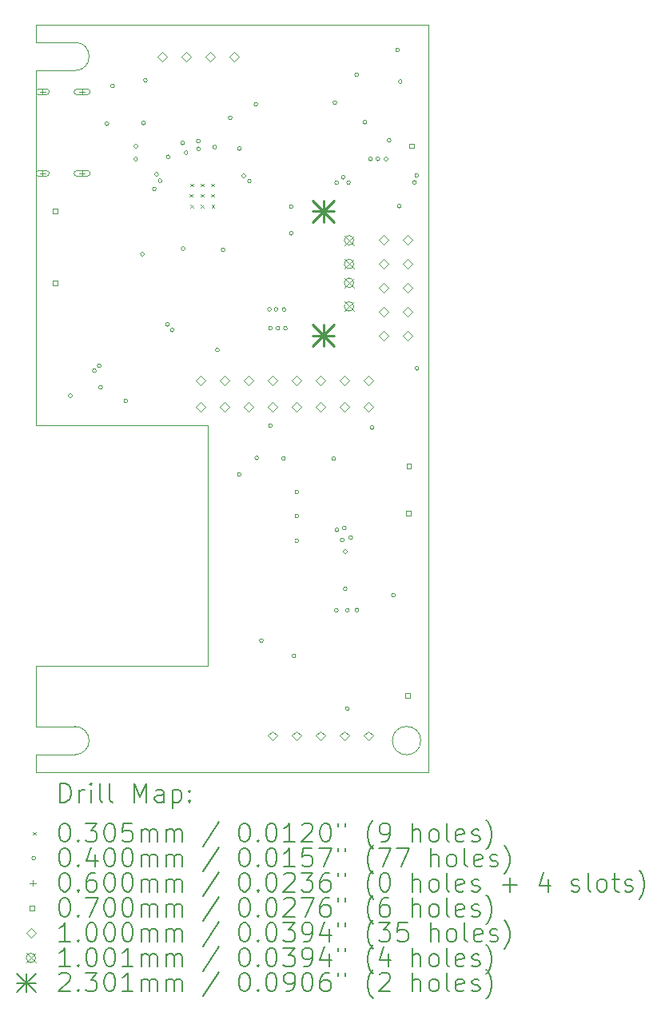
<source format=gbr>
%TF.GenerationSoftware,KiCad,Pcbnew,7.0.10*%
%TF.CreationDate,2025-01-07T15:58:46-07:00*%
%TF.ProjectId,HATA_ver_8.3.1,48415441-5f76-4657-925f-382e332e312e,8.3.1*%
%TF.SameCoordinates,Original*%
%TF.FileFunction,Drillmap*%
%TF.FilePolarity,Positive*%
%FSLAX45Y45*%
G04 Gerber Fmt 4.5, Leading zero omitted, Abs format (unit mm)*
G04 Created by KiCad (PCBNEW 7.0.10) date 2025-01-07 15:58:46*
%MOMM*%
%LPD*%
G01*
G04 APERTURE LIST*
%ADD10C,0.100000*%
%ADD11C,0.200000*%
%ADD12C,0.100076*%
%ADD13C,0.230124*%
G04 APERTURE END LIST*
D10*
X20000000Y-17920000D02*
X20000000Y-17734000D01*
X20412987Y-10486997D02*
G75*
G03*
X20412000Y-10187000I-1017J149997D01*
G01*
X21822000Y-14241000D02*
X21822000Y-16791000D01*
X24075000Y-17583000D02*
G75*
G03*
X23775000Y-17583000I-150000J0D01*
G01*
X23775000Y-17583000D02*
G75*
G03*
X24075000Y-17583000I150000J0D01*
G01*
X20000000Y-14241000D02*
X21822000Y-14241000D01*
X20412000Y-17733003D02*
G75*
G03*
X20411000Y-17433000I20J150003D01*
G01*
X20412000Y-17433000D02*
X20000000Y-17433000D01*
X20413000Y-10187000D02*
X20000000Y-10187000D01*
X20412987Y-10486997D02*
X20000000Y-10487000D01*
X24158000Y-10000000D02*
X24158000Y-17920000D01*
X24158000Y-10000000D02*
X20000000Y-10000000D01*
X20412000Y-17733003D02*
X20000000Y-17734000D01*
X20000000Y-17920000D02*
X24158000Y-17920000D01*
X21822000Y-16791000D02*
X20000000Y-16791000D01*
X20000000Y-10487000D02*
X20000000Y-14241000D01*
X20000000Y-16791000D02*
X20000000Y-17433000D01*
X20000000Y-10000000D02*
X20000000Y-10187000D01*
D11*
D10*
X21628260Y-11794760D02*
X21658740Y-11825240D01*
X21658740Y-11794760D02*
X21628260Y-11825240D01*
X21633260Y-11684760D02*
X21663740Y-11715240D01*
X21663740Y-11684760D02*
X21633260Y-11715240D01*
X21635760Y-11907260D02*
X21666240Y-11937740D01*
X21666240Y-11907260D02*
X21635760Y-11937740D01*
X21743260Y-11794760D02*
X21773740Y-11825240D01*
X21773740Y-11794760D02*
X21743260Y-11825240D01*
X21745760Y-11684760D02*
X21776240Y-11715240D01*
X21776240Y-11684760D02*
X21745760Y-11715240D01*
X21745760Y-11909760D02*
X21776240Y-11940240D01*
X21776240Y-11909760D02*
X21745760Y-11940240D01*
X21853260Y-11794760D02*
X21883740Y-11825240D01*
X21883740Y-11794760D02*
X21853260Y-11825240D01*
X21855760Y-11684760D02*
X21886240Y-11715240D01*
X21886240Y-11684760D02*
X21855760Y-11715240D01*
X21858260Y-11907260D02*
X21888740Y-11937740D01*
X21888740Y-11907260D02*
X21858260Y-11937740D01*
X20383000Y-13929000D02*
G75*
G03*
X20343000Y-13929000I-20000J0D01*
G01*
X20343000Y-13929000D02*
G75*
G03*
X20383000Y-13929000I20000J0D01*
G01*
X20637000Y-13666000D02*
G75*
G03*
X20597000Y-13666000I-20000J0D01*
G01*
X20597000Y-13666000D02*
G75*
G03*
X20637000Y-13666000I20000J0D01*
G01*
X20688500Y-13614500D02*
G75*
G03*
X20648500Y-13614500I-20000J0D01*
G01*
X20648500Y-13614500D02*
G75*
G03*
X20688500Y-13614500I20000J0D01*
G01*
X20703000Y-13842000D02*
G75*
G03*
X20663000Y-13842000I-20000J0D01*
G01*
X20663000Y-13842000D02*
G75*
G03*
X20703000Y-13842000I20000J0D01*
G01*
X20770625Y-11049375D02*
G75*
G03*
X20730625Y-11049375I-20000J0D01*
G01*
X20730625Y-11049375D02*
G75*
G03*
X20770625Y-11049375I20000J0D01*
G01*
X20830000Y-10651000D02*
G75*
G03*
X20790000Y-10651000I-20000J0D01*
G01*
X20790000Y-10651000D02*
G75*
G03*
X20830000Y-10651000I20000J0D01*
G01*
X20971000Y-13985000D02*
G75*
G03*
X20931000Y-13985000I-20000J0D01*
G01*
X20931000Y-13985000D02*
G75*
G03*
X20971000Y-13985000I20000J0D01*
G01*
X21075625Y-11423375D02*
G75*
G03*
X21035625Y-11423375I-20000J0D01*
G01*
X21035625Y-11423375D02*
G75*
G03*
X21075625Y-11423375I20000J0D01*
G01*
X21077625Y-11287375D02*
G75*
G03*
X21037625Y-11287375I-20000J0D01*
G01*
X21037625Y-11287375D02*
G75*
G03*
X21077625Y-11287375I20000J0D01*
G01*
X21146625Y-12431375D02*
G75*
G03*
X21106625Y-12431375I-20000J0D01*
G01*
X21106625Y-12431375D02*
G75*
G03*
X21146625Y-12431375I20000J0D01*
G01*
X21157625Y-11040375D02*
G75*
G03*
X21117625Y-11040375I-20000J0D01*
G01*
X21117625Y-11040375D02*
G75*
G03*
X21157625Y-11040375I20000J0D01*
G01*
X21179000Y-10589000D02*
G75*
G03*
X21139000Y-10589000I-20000J0D01*
G01*
X21139000Y-10589000D02*
G75*
G03*
X21179000Y-10589000I20000J0D01*
G01*
X21272625Y-11740375D02*
G75*
G03*
X21232625Y-11740375I-20000J0D01*
G01*
X21232625Y-11740375D02*
G75*
G03*
X21272625Y-11740375I20000J0D01*
G01*
X21296357Y-11585162D02*
G75*
G03*
X21256357Y-11585162I-20000J0D01*
G01*
X21256357Y-11585162D02*
G75*
G03*
X21296357Y-11585162I20000J0D01*
G01*
X21333625Y-11653375D02*
G75*
G03*
X21293625Y-11653375I-20000J0D01*
G01*
X21293625Y-11653375D02*
G75*
G03*
X21333625Y-11653375I20000J0D01*
G01*
X21413000Y-13175000D02*
G75*
G03*
X21373000Y-13175000I-20000J0D01*
G01*
X21373000Y-13175000D02*
G75*
G03*
X21413000Y-13175000I20000J0D01*
G01*
X21418625Y-11399375D02*
G75*
G03*
X21378625Y-11399375I-20000J0D01*
G01*
X21378625Y-11399375D02*
G75*
G03*
X21418625Y-11399375I20000J0D01*
G01*
X21461000Y-13234000D02*
G75*
G03*
X21421000Y-13234000I-20000J0D01*
G01*
X21421000Y-13234000D02*
G75*
G03*
X21461000Y-13234000I20000J0D01*
G01*
X21573000Y-11253000D02*
G75*
G03*
X21533000Y-11253000I-20000J0D01*
G01*
X21533000Y-11253000D02*
G75*
G03*
X21573000Y-11253000I20000J0D01*
G01*
X21578500Y-12371500D02*
G75*
G03*
X21538500Y-12371500I-20000J0D01*
G01*
X21538500Y-12371500D02*
G75*
G03*
X21578500Y-12371500I20000J0D01*
G01*
X21609330Y-11356659D02*
G75*
G03*
X21569330Y-11356659I-20000J0D01*
G01*
X21569330Y-11356659D02*
G75*
G03*
X21609330Y-11356659I20000J0D01*
G01*
X21739000Y-11233000D02*
G75*
G03*
X21699000Y-11233000I-20000J0D01*
G01*
X21699000Y-11233000D02*
G75*
G03*
X21739000Y-11233000I20000J0D01*
G01*
X21740270Y-11316000D02*
G75*
G03*
X21700270Y-11316000I-20000J0D01*
G01*
X21700270Y-11316000D02*
G75*
G03*
X21740270Y-11316000I20000J0D01*
G01*
X21912000Y-11297000D02*
G75*
G03*
X21872000Y-11297000I-20000J0D01*
G01*
X21872000Y-11297000D02*
G75*
G03*
X21912000Y-11297000I20000J0D01*
G01*
X21941000Y-13446000D02*
G75*
G03*
X21901000Y-13446000I-20000J0D01*
G01*
X21901000Y-13446000D02*
G75*
G03*
X21941000Y-13446000I20000J0D01*
G01*
X22001000Y-12386000D02*
G75*
G03*
X21961000Y-12386000I-20000J0D01*
G01*
X21961000Y-12386000D02*
G75*
G03*
X22001000Y-12386000I20000J0D01*
G01*
X22076625Y-10986375D02*
G75*
G03*
X22036625Y-10986375I-20000J0D01*
G01*
X22036625Y-10986375D02*
G75*
G03*
X22076625Y-10986375I20000J0D01*
G01*
X22173000Y-11313000D02*
G75*
G03*
X22133000Y-11313000I-20000J0D01*
G01*
X22133000Y-11313000D02*
G75*
G03*
X22173000Y-11313000I20000J0D01*
G01*
X22173000Y-14763000D02*
G75*
G03*
X22133000Y-14763000I-20000J0D01*
G01*
X22133000Y-14763000D02*
G75*
G03*
X22173000Y-14763000I20000J0D01*
G01*
X22221000Y-11603000D02*
G75*
G03*
X22181000Y-11603000I-20000J0D01*
G01*
X22181000Y-11603000D02*
G75*
G03*
X22221000Y-11603000I20000J0D01*
G01*
X22280000Y-11657000D02*
G75*
G03*
X22240000Y-11657000I-20000J0D01*
G01*
X22240000Y-11657000D02*
G75*
G03*
X22280000Y-11657000I20000J0D01*
G01*
X22348000Y-10843000D02*
G75*
G03*
X22308000Y-10843000I-20000J0D01*
G01*
X22308000Y-10843000D02*
G75*
G03*
X22348000Y-10843000I20000J0D01*
G01*
X22357000Y-14589000D02*
G75*
G03*
X22317000Y-14589000I-20000J0D01*
G01*
X22317000Y-14589000D02*
G75*
G03*
X22357000Y-14589000I20000J0D01*
G01*
X22407000Y-16523000D02*
G75*
G03*
X22367000Y-16523000I-20000J0D01*
G01*
X22367000Y-16523000D02*
G75*
G03*
X22407000Y-16523000I20000J0D01*
G01*
X22492625Y-13015375D02*
G75*
G03*
X22452625Y-13015375I-20000J0D01*
G01*
X22452625Y-13015375D02*
G75*
G03*
X22492625Y-13015375I20000J0D01*
G01*
X22503000Y-14247000D02*
G75*
G03*
X22463000Y-14247000I-20000J0D01*
G01*
X22463000Y-14247000D02*
G75*
G03*
X22503000Y-14247000I20000J0D01*
G01*
X22503625Y-13215375D02*
G75*
G03*
X22463625Y-13215375I-20000J0D01*
G01*
X22463625Y-13215375D02*
G75*
G03*
X22503625Y-13215375I20000J0D01*
G01*
X22561625Y-13015375D02*
G75*
G03*
X22521625Y-13015375I-20000J0D01*
G01*
X22521625Y-13015375D02*
G75*
G03*
X22561625Y-13015375I20000J0D01*
G01*
X22580625Y-13215375D02*
G75*
G03*
X22540625Y-13215375I-20000J0D01*
G01*
X22540625Y-13215375D02*
G75*
G03*
X22580625Y-13215375I20000J0D01*
G01*
X22641000Y-14596000D02*
G75*
G03*
X22601000Y-14596000I-20000J0D01*
G01*
X22601000Y-14596000D02*
G75*
G03*
X22641000Y-14596000I20000J0D01*
G01*
X22646000Y-13017000D02*
G75*
G03*
X22606000Y-13017000I-20000J0D01*
G01*
X22606000Y-13017000D02*
G75*
G03*
X22646000Y-13017000I20000J0D01*
G01*
X22661625Y-13216375D02*
G75*
G03*
X22621625Y-13216375I-20000J0D01*
G01*
X22621625Y-13216375D02*
G75*
G03*
X22661625Y-13216375I20000J0D01*
G01*
X22722625Y-12209375D02*
G75*
G03*
X22682625Y-12209375I-20000J0D01*
G01*
X22682625Y-12209375D02*
G75*
G03*
X22722625Y-12209375I20000J0D01*
G01*
X22723625Y-11927375D02*
G75*
G03*
X22683625Y-11927375I-20000J0D01*
G01*
X22683625Y-11927375D02*
G75*
G03*
X22723625Y-11927375I20000J0D01*
G01*
X22750000Y-16686000D02*
G75*
G03*
X22710000Y-16686000I-20000J0D01*
G01*
X22710000Y-16686000D02*
G75*
G03*
X22750000Y-16686000I20000J0D01*
G01*
X22782000Y-14949000D02*
G75*
G03*
X22742000Y-14949000I-20000J0D01*
G01*
X22742000Y-14949000D02*
G75*
G03*
X22782000Y-14949000I20000J0D01*
G01*
X22782000Y-15206000D02*
G75*
G03*
X22742000Y-15206000I-20000J0D01*
G01*
X22742000Y-15206000D02*
G75*
G03*
X22782000Y-15206000I20000J0D01*
G01*
X22782000Y-15468000D02*
G75*
G03*
X22742000Y-15468000I-20000J0D01*
G01*
X22742000Y-15468000D02*
G75*
G03*
X22782000Y-15468000I20000J0D01*
G01*
X23173000Y-14596000D02*
G75*
G03*
X23133000Y-14596000I-20000J0D01*
G01*
X23133000Y-14596000D02*
G75*
G03*
X23173000Y-14596000I20000J0D01*
G01*
X23186000Y-10825000D02*
G75*
G03*
X23146000Y-10825000I-20000J0D01*
G01*
X23146000Y-10825000D02*
G75*
G03*
X23186000Y-10825000I20000J0D01*
G01*
X23201000Y-16202000D02*
G75*
G03*
X23161000Y-16202000I-20000J0D01*
G01*
X23161000Y-16202000D02*
G75*
G03*
X23201000Y-16202000I20000J0D01*
G01*
X23203379Y-11673621D02*
G75*
G03*
X23163379Y-11673621I-20000J0D01*
G01*
X23163379Y-11673621D02*
G75*
G03*
X23203379Y-11673621I20000J0D01*
G01*
X23206000Y-15352000D02*
G75*
G03*
X23166000Y-15352000I-20000J0D01*
G01*
X23166000Y-15352000D02*
G75*
G03*
X23206000Y-15352000I20000J0D01*
G01*
X23264000Y-15460000D02*
G75*
G03*
X23224000Y-15460000I-20000J0D01*
G01*
X23224000Y-15460000D02*
G75*
G03*
X23264000Y-15460000I20000J0D01*
G01*
X23273000Y-11617000D02*
G75*
G03*
X23233000Y-11617000I-20000J0D01*
G01*
X23233000Y-11617000D02*
G75*
G03*
X23273000Y-11617000I20000J0D01*
G01*
X23285000Y-15331000D02*
G75*
G03*
X23245000Y-15331000I-20000J0D01*
G01*
X23245000Y-15331000D02*
G75*
G03*
X23285000Y-15331000I20000J0D01*
G01*
X23295000Y-15977000D02*
G75*
G03*
X23255000Y-15977000I-20000J0D01*
G01*
X23255000Y-15977000D02*
G75*
G03*
X23295000Y-15977000I20000J0D01*
G01*
X23297000Y-15581000D02*
G75*
G03*
X23257000Y-15581000I-20000J0D01*
G01*
X23257000Y-15581000D02*
G75*
G03*
X23297000Y-15581000I20000J0D01*
G01*
X23317000Y-17245000D02*
G75*
G03*
X23277000Y-17245000I-20000J0D01*
G01*
X23277000Y-17245000D02*
G75*
G03*
X23317000Y-17245000I20000J0D01*
G01*
X23318000Y-16202000D02*
G75*
G03*
X23278000Y-16202000I-20000J0D01*
G01*
X23278000Y-16202000D02*
G75*
G03*
X23318000Y-16202000I20000J0D01*
G01*
X23330404Y-11672000D02*
G75*
G03*
X23290404Y-11672000I-20000J0D01*
G01*
X23290404Y-11672000D02*
G75*
G03*
X23330404Y-11672000I20000J0D01*
G01*
X23353000Y-15434000D02*
G75*
G03*
X23313000Y-15434000I-20000J0D01*
G01*
X23313000Y-15434000D02*
G75*
G03*
X23353000Y-15434000I20000J0D01*
G01*
X23416000Y-10529000D02*
G75*
G03*
X23376000Y-10529000I-20000J0D01*
G01*
X23376000Y-10529000D02*
G75*
G03*
X23416000Y-10529000I20000J0D01*
G01*
X23419000Y-16202000D02*
G75*
G03*
X23379000Y-16202000I-20000J0D01*
G01*
X23379000Y-16202000D02*
G75*
G03*
X23419000Y-16202000I20000J0D01*
G01*
X23502000Y-11033000D02*
G75*
G03*
X23462000Y-11033000I-20000J0D01*
G01*
X23462000Y-11033000D02*
G75*
G03*
X23502000Y-11033000I20000J0D01*
G01*
X23563000Y-11422000D02*
G75*
G03*
X23523000Y-11422000I-20000J0D01*
G01*
X23523000Y-11422000D02*
G75*
G03*
X23563000Y-11422000I20000J0D01*
G01*
X23578000Y-14268000D02*
G75*
G03*
X23538000Y-14268000I-20000J0D01*
G01*
X23538000Y-14268000D02*
G75*
G03*
X23578000Y-14268000I20000J0D01*
G01*
X23641000Y-11422000D02*
G75*
G03*
X23601000Y-11422000I-20000J0D01*
G01*
X23601000Y-11422000D02*
G75*
G03*
X23641000Y-11422000I20000J0D01*
G01*
X23728000Y-11425000D02*
G75*
G03*
X23688000Y-11425000I-20000J0D01*
G01*
X23688000Y-11425000D02*
G75*
G03*
X23728000Y-11425000I20000J0D01*
G01*
X23759000Y-11225000D02*
G75*
G03*
X23719000Y-11225000I-20000J0D01*
G01*
X23719000Y-11225000D02*
G75*
G03*
X23759000Y-11225000I20000J0D01*
G01*
X23806000Y-16044000D02*
G75*
G03*
X23766000Y-16044000I-20000J0D01*
G01*
X23766000Y-16044000D02*
G75*
G03*
X23806000Y-16044000I20000J0D01*
G01*
X23850000Y-10268000D02*
G75*
G03*
X23810000Y-10268000I-20000J0D01*
G01*
X23810000Y-10268000D02*
G75*
G03*
X23850000Y-10268000I20000J0D01*
G01*
X23867241Y-11923000D02*
G75*
G03*
X23827241Y-11923000I-20000J0D01*
G01*
X23827241Y-11923000D02*
G75*
G03*
X23867241Y-11923000I20000J0D01*
G01*
X23878000Y-10603000D02*
G75*
G03*
X23838000Y-10603000I-20000J0D01*
G01*
X23838000Y-10603000D02*
G75*
G03*
X23878000Y-10603000I20000J0D01*
G01*
X24029458Y-11670390D02*
G75*
G03*
X23989458Y-11670390I-20000J0D01*
G01*
X23989458Y-11670390D02*
G75*
G03*
X24029458Y-11670390I20000J0D01*
G01*
X24052000Y-11596000D02*
G75*
G03*
X24012000Y-11596000I-20000J0D01*
G01*
X24012000Y-11596000D02*
G75*
G03*
X24052000Y-11596000I20000J0D01*
G01*
X24054000Y-13640000D02*
G75*
G03*
X24014000Y-13640000I-20000J0D01*
G01*
X24014000Y-13640000D02*
G75*
G03*
X24054000Y-13640000I20000J0D01*
G01*
X20069250Y-10682000D02*
X20069250Y-10742000D01*
X20039250Y-10712000D02*
X20099250Y-10712000D01*
X20109250Y-10682000D02*
X20029250Y-10682000D01*
X20029250Y-10682000D02*
G75*
G03*
X20029250Y-10742000I0J-30000D01*
G01*
X20029250Y-10742000D02*
X20109250Y-10742000D01*
X20109250Y-10742000D02*
G75*
G03*
X20109250Y-10682000I0J30000D01*
G01*
X20069250Y-11546000D02*
X20069250Y-11606000D01*
X20039250Y-11576000D02*
X20099250Y-11576000D01*
X20109250Y-11546000D02*
X20029250Y-11546000D01*
X20029250Y-11546000D02*
G75*
G03*
X20029250Y-11606000I0J-30000D01*
G01*
X20029250Y-11606000D02*
X20109250Y-11606000D01*
X20109250Y-11606000D02*
G75*
G03*
X20109250Y-11546000I0J30000D01*
G01*
X20487250Y-10682000D02*
X20487250Y-10742000D01*
X20457250Y-10712000D02*
X20517250Y-10712000D01*
X20542250Y-10682000D02*
X20432250Y-10682000D01*
X20432250Y-10682000D02*
G75*
G03*
X20432250Y-10742000I0J-30000D01*
G01*
X20432250Y-10742000D02*
X20542250Y-10742000D01*
X20542250Y-10742000D02*
G75*
G03*
X20542250Y-10682000I0J30000D01*
G01*
X20487250Y-11546000D02*
X20487250Y-11606000D01*
X20457250Y-11576000D02*
X20517250Y-11576000D01*
X20542250Y-11546000D02*
X20432250Y-11546000D01*
X20432250Y-11546000D02*
G75*
G03*
X20432250Y-11606000I0J-30000D01*
G01*
X20432250Y-11606000D02*
X20542250Y-11606000D01*
X20542250Y-11606000D02*
G75*
G03*
X20542250Y-11546000I0J30000D01*
G01*
X20228749Y-11997749D02*
X20228749Y-11948251D01*
X20179251Y-11948251D01*
X20179251Y-11997749D01*
X20228749Y-11997749D01*
X20228749Y-12762749D02*
X20228749Y-12713251D01*
X20179251Y-12713251D01*
X20179251Y-12762749D01*
X20228749Y-12762749D01*
X23959749Y-17129749D02*
X23959749Y-17080251D01*
X23910251Y-17080251D01*
X23910251Y-17129749D01*
X23959749Y-17129749D01*
X23967749Y-15202749D02*
X23967749Y-15153251D01*
X23918251Y-15153251D01*
X23918251Y-15202749D01*
X23967749Y-15202749D01*
X23973749Y-14696749D02*
X23973749Y-14647251D01*
X23924251Y-14647251D01*
X23924251Y-14696749D01*
X23973749Y-14696749D01*
X24001749Y-11309749D02*
X24001749Y-11260251D01*
X23952251Y-11260251D01*
X23952251Y-11309749D01*
X24001749Y-11309749D01*
X21339000Y-10389000D02*
X21389000Y-10339000D01*
X21339000Y-10289000D01*
X21289000Y-10339000D01*
X21339000Y-10389000D01*
X21593000Y-10389000D02*
X21643000Y-10339000D01*
X21593000Y-10289000D01*
X21543000Y-10339000D01*
X21593000Y-10389000D01*
X21742000Y-13818000D02*
X21792000Y-13768000D01*
X21742000Y-13718000D01*
X21692000Y-13768000D01*
X21742000Y-13818000D01*
X21742000Y-14097000D02*
X21792000Y-14047000D01*
X21742000Y-13997000D01*
X21692000Y-14047000D01*
X21742000Y-14097000D01*
X21847000Y-10389000D02*
X21897000Y-10339000D01*
X21847000Y-10289000D01*
X21797000Y-10339000D01*
X21847000Y-10389000D01*
X21996000Y-13818000D02*
X22046000Y-13768000D01*
X21996000Y-13718000D01*
X21946000Y-13768000D01*
X21996000Y-13818000D01*
X21996000Y-14097000D02*
X22046000Y-14047000D01*
X21996000Y-13997000D01*
X21946000Y-14047000D01*
X21996000Y-14097000D01*
X22101000Y-10389000D02*
X22151000Y-10339000D01*
X22101000Y-10289000D01*
X22051000Y-10339000D01*
X22101000Y-10389000D01*
X22250000Y-13818000D02*
X22300000Y-13768000D01*
X22250000Y-13718000D01*
X22200000Y-13768000D01*
X22250000Y-13818000D01*
X22250000Y-14097000D02*
X22300000Y-14047000D01*
X22250000Y-13997000D01*
X22200000Y-14047000D01*
X22250000Y-14097000D01*
X22504000Y-13818000D02*
X22554000Y-13768000D01*
X22504000Y-13718000D01*
X22454000Y-13768000D01*
X22504000Y-13818000D01*
X22504000Y-14097000D02*
X22554000Y-14047000D01*
X22504000Y-13997000D01*
X22454000Y-14047000D01*
X22504000Y-14097000D01*
X22504000Y-17582000D02*
X22554000Y-17532000D01*
X22504000Y-17482000D01*
X22454000Y-17532000D01*
X22504000Y-17582000D01*
X22758000Y-13818000D02*
X22808000Y-13768000D01*
X22758000Y-13718000D01*
X22708000Y-13768000D01*
X22758000Y-13818000D01*
X22758000Y-14097000D02*
X22808000Y-14047000D01*
X22758000Y-13997000D01*
X22708000Y-14047000D01*
X22758000Y-14097000D01*
X22758000Y-17582000D02*
X22808000Y-17532000D01*
X22758000Y-17482000D01*
X22708000Y-17532000D01*
X22758000Y-17582000D01*
X23012000Y-13818000D02*
X23062000Y-13768000D01*
X23012000Y-13718000D01*
X22962000Y-13768000D01*
X23012000Y-13818000D01*
X23012000Y-14097000D02*
X23062000Y-14047000D01*
X23012000Y-13997000D01*
X22962000Y-14047000D01*
X23012000Y-14097000D01*
X23012000Y-17582000D02*
X23062000Y-17532000D01*
X23012000Y-17482000D01*
X22962000Y-17532000D01*
X23012000Y-17582000D01*
X23266000Y-13818000D02*
X23316000Y-13768000D01*
X23266000Y-13718000D01*
X23216000Y-13768000D01*
X23266000Y-13818000D01*
X23266000Y-14097000D02*
X23316000Y-14047000D01*
X23266000Y-13997000D01*
X23216000Y-14047000D01*
X23266000Y-14097000D01*
X23266000Y-17582000D02*
X23316000Y-17532000D01*
X23266000Y-17482000D01*
X23216000Y-17532000D01*
X23266000Y-17582000D01*
X23520000Y-13818000D02*
X23570000Y-13768000D01*
X23520000Y-13718000D01*
X23470000Y-13768000D01*
X23520000Y-13818000D01*
X23520000Y-14097000D02*
X23570000Y-14047000D01*
X23520000Y-13997000D01*
X23470000Y-14047000D01*
X23520000Y-14097000D01*
X23520000Y-17582000D02*
X23570000Y-17532000D01*
X23520000Y-17482000D01*
X23470000Y-17532000D01*
X23520000Y-17582000D01*
X23679000Y-12330000D02*
X23729000Y-12280000D01*
X23679000Y-12230000D01*
X23629000Y-12280000D01*
X23679000Y-12330000D01*
X23679000Y-12584000D02*
X23729000Y-12534000D01*
X23679000Y-12484000D01*
X23629000Y-12534000D01*
X23679000Y-12584000D01*
X23679000Y-12838000D02*
X23729000Y-12788000D01*
X23679000Y-12738000D01*
X23629000Y-12788000D01*
X23679000Y-12838000D01*
X23679000Y-13092000D02*
X23729000Y-13042000D01*
X23679000Y-12992000D01*
X23629000Y-13042000D01*
X23679000Y-13092000D01*
X23679000Y-13346000D02*
X23729000Y-13296000D01*
X23679000Y-13246000D01*
X23629000Y-13296000D01*
X23679000Y-13346000D01*
X23933000Y-12330000D02*
X23983000Y-12280000D01*
X23933000Y-12230000D01*
X23883000Y-12280000D01*
X23933000Y-12330000D01*
X23933000Y-12584000D02*
X23983000Y-12534000D01*
X23933000Y-12484000D01*
X23883000Y-12534000D01*
X23933000Y-12584000D01*
X23933000Y-12838000D02*
X23983000Y-12788000D01*
X23933000Y-12738000D01*
X23883000Y-12788000D01*
X23933000Y-12838000D01*
X23933000Y-13092000D02*
X23983000Y-13042000D01*
X23933000Y-12992000D01*
X23883000Y-13042000D01*
X23933000Y-13092000D01*
X23933000Y-13346000D02*
X23983000Y-13296000D01*
X23933000Y-13246000D01*
X23883000Y-13296000D01*
X23933000Y-13346000D01*
D12*
X23265962Y-12234462D02*
X23366038Y-12334538D01*
X23366038Y-12234462D02*
X23265962Y-12334538D01*
X23366038Y-12284500D02*
G75*
G03*
X23265962Y-12284500I-50038J0D01*
G01*
X23265962Y-12284500D02*
G75*
G03*
X23366038Y-12284500I50038J0D01*
G01*
X23265962Y-12484462D02*
X23366038Y-12584538D01*
X23366038Y-12484462D02*
X23265962Y-12584538D01*
X23366038Y-12534500D02*
G75*
G03*
X23265962Y-12534500I-50038J0D01*
G01*
X23265962Y-12534500D02*
G75*
G03*
X23366038Y-12534500I50038J0D01*
G01*
X23265962Y-12684462D02*
X23366038Y-12784538D01*
X23366038Y-12684462D02*
X23265962Y-12784538D01*
X23366038Y-12734500D02*
G75*
G03*
X23265962Y-12734500I-50038J0D01*
G01*
X23265962Y-12734500D02*
G75*
G03*
X23366038Y-12734500I50038J0D01*
G01*
X23265962Y-12934462D02*
X23366038Y-13034538D01*
X23366038Y-12934462D02*
X23265962Y-13034538D01*
X23366038Y-12984500D02*
G75*
G03*
X23265962Y-12984500I-50038J0D01*
G01*
X23265962Y-12984500D02*
G75*
G03*
X23366038Y-12984500I50038J0D01*
G01*
D13*
X22929938Y-11862438D02*
X23160062Y-12092562D01*
X23160062Y-11862438D02*
X22929938Y-12092562D01*
X23045000Y-11862438D02*
X23045000Y-12092562D01*
X22929938Y-11977500D02*
X23160062Y-11977500D01*
X22929938Y-13176438D02*
X23160062Y-13406562D01*
X23160062Y-13176438D02*
X22929938Y-13406562D01*
X23045000Y-13176438D02*
X23045000Y-13406562D01*
X22929938Y-13291500D02*
X23160062Y-13291500D01*
D11*
X20255777Y-18236484D02*
X20255777Y-18036484D01*
X20255777Y-18036484D02*
X20303396Y-18036484D01*
X20303396Y-18036484D02*
X20331967Y-18046008D01*
X20331967Y-18046008D02*
X20351015Y-18065055D01*
X20351015Y-18065055D02*
X20360539Y-18084103D01*
X20360539Y-18084103D02*
X20370063Y-18122198D01*
X20370063Y-18122198D02*
X20370063Y-18150770D01*
X20370063Y-18150770D02*
X20360539Y-18188865D01*
X20360539Y-18188865D02*
X20351015Y-18207912D01*
X20351015Y-18207912D02*
X20331967Y-18226960D01*
X20331967Y-18226960D02*
X20303396Y-18236484D01*
X20303396Y-18236484D02*
X20255777Y-18236484D01*
X20455777Y-18236484D02*
X20455777Y-18103150D01*
X20455777Y-18141246D02*
X20465301Y-18122198D01*
X20465301Y-18122198D02*
X20474824Y-18112674D01*
X20474824Y-18112674D02*
X20493872Y-18103150D01*
X20493872Y-18103150D02*
X20512920Y-18103150D01*
X20579586Y-18236484D02*
X20579586Y-18103150D01*
X20579586Y-18036484D02*
X20570063Y-18046008D01*
X20570063Y-18046008D02*
X20579586Y-18055531D01*
X20579586Y-18055531D02*
X20589110Y-18046008D01*
X20589110Y-18046008D02*
X20579586Y-18036484D01*
X20579586Y-18036484D02*
X20579586Y-18055531D01*
X20703396Y-18236484D02*
X20684348Y-18226960D01*
X20684348Y-18226960D02*
X20674824Y-18207912D01*
X20674824Y-18207912D02*
X20674824Y-18036484D01*
X20808158Y-18236484D02*
X20789110Y-18226960D01*
X20789110Y-18226960D02*
X20779586Y-18207912D01*
X20779586Y-18207912D02*
X20779586Y-18036484D01*
X21036729Y-18236484D02*
X21036729Y-18036484D01*
X21036729Y-18036484D02*
X21103396Y-18179341D01*
X21103396Y-18179341D02*
X21170063Y-18036484D01*
X21170063Y-18036484D02*
X21170063Y-18236484D01*
X21351015Y-18236484D02*
X21351015Y-18131722D01*
X21351015Y-18131722D02*
X21341491Y-18112674D01*
X21341491Y-18112674D02*
X21322444Y-18103150D01*
X21322444Y-18103150D02*
X21284348Y-18103150D01*
X21284348Y-18103150D02*
X21265301Y-18112674D01*
X21351015Y-18226960D02*
X21331967Y-18236484D01*
X21331967Y-18236484D02*
X21284348Y-18236484D01*
X21284348Y-18236484D02*
X21265301Y-18226960D01*
X21265301Y-18226960D02*
X21255777Y-18207912D01*
X21255777Y-18207912D02*
X21255777Y-18188865D01*
X21255777Y-18188865D02*
X21265301Y-18169817D01*
X21265301Y-18169817D02*
X21284348Y-18160293D01*
X21284348Y-18160293D02*
X21331967Y-18160293D01*
X21331967Y-18160293D02*
X21351015Y-18150770D01*
X21446253Y-18103150D02*
X21446253Y-18303150D01*
X21446253Y-18112674D02*
X21465301Y-18103150D01*
X21465301Y-18103150D02*
X21503396Y-18103150D01*
X21503396Y-18103150D02*
X21522444Y-18112674D01*
X21522444Y-18112674D02*
X21531967Y-18122198D01*
X21531967Y-18122198D02*
X21541491Y-18141246D01*
X21541491Y-18141246D02*
X21541491Y-18198389D01*
X21541491Y-18198389D02*
X21531967Y-18217436D01*
X21531967Y-18217436D02*
X21522444Y-18226960D01*
X21522444Y-18226960D02*
X21503396Y-18236484D01*
X21503396Y-18236484D02*
X21465301Y-18236484D01*
X21465301Y-18236484D02*
X21446253Y-18226960D01*
X21627205Y-18217436D02*
X21636729Y-18226960D01*
X21636729Y-18226960D02*
X21627205Y-18236484D01*
X21627205Y-18236484D02*
X21617682Y-18226960D01*
X21617682Y-18226960D02*
X21627205Y-18217436D01*
X21627205Y-18217436D02*
X21627205Y-18236484D01*
X21627205Y-18112674D02*
X21636729Y-18122198D01*
X21636729Y-18122198D02*
X21627205Y-18131722D01*
X21627205Y-18131722D02*
X21617682Y-18122198D01*
X21617682Y-18122198D02*
X21627205Y-18112674D01*
X21627205Y-18112674D02*
X21627205Y-18131722D01*
D10*
X19964520Y-18549760D02*
X19995000Y-18580240D01*
X19995000Y-18549760D02*
X19964520Y-18580240D01*
D11*
X20293872Y-18456484D02*
X20312920Y-18456484D01*
X20312920Y-18456484D02*
X20331967Y-18466008D01*
X20331967Y-18466008D02*
X20341491Y-18475531D01*
X20341491Y-18475531D02*
X20351015Y-18494579D01*
X20351015Y-18494579D02*
X20360539Y-18532674D01*
X20360539Y-18532674D02*
X20360539Y-18580293D01*
X20360539Y-18580293D02*
X20351015Y-18618389D01*
X20351015Y-18618389D02*
X20341491Y-18637436D01*
X20341491Y-18637436D02*
X20331967Y-18646960D01*
X20331967Y-18646960D02*
X20312920Y-18656484D01*
X20312920Y-18656484D02*
X20293872Y-18656484D01*
X20293872Y-18656484D02*
X20274824Y-18646960D01*
X20274824Y-18646960D02*
X20265301Y-18637436D01*
X20265301Y-18637436D02*
X20255777Y-18618389D01*
X20255777Y-18618389D02*
X20246253Y-18580293D01*
X20246253Y-18580293D02*
X20246253Y-18532674D01*
X20246253Y-18532674D02*
X20255777Y-18494579D01*
X20255777Y-18494579D02*
X20265301Y-18475531D01*
X20265301Y-18475531D02*
X20274824Y-18466008D01*
X20274824Y-18466008D02*
X20293872Y-18456484D01*
X20446253Y-18637436D02*
X20455777Y-18646960D01*
X20455777Y-18646960D02*
X20446253Y-18656484D01*
X20446253Y-18656484D02*
X20436729Y-18646960D01*
X20436729Y-18646960D02*
X20446253Y-18637436D01*
X20446253Y-18637436D02*
X20446253Y-18656484D01*
X20522444Y-18456484D02*
X20646253Y-18456484D01*
X20646253Y-18456484D02*
X20579586Y-18532674D01*
X20579586Y-18532674D02*
X20608158Y-18532674D01*
X20608158Y-18532674D02*
X20627205Y-18542198D01*
X20627205Y-18542198D02*
X20636729Y-18551722D01*
X20636729Y-18551722D02*
X20646253Y-18570770D01*
X20646253Y-18570770D02*
X20646253Y-18618389D01*
X20646253Y-18618389D02*
X20636729Y-18637436D01*
X20636729Y-18637436D02*
X20627205Y-18646960D01*
X20627205Y-18646960D02*
X20608158Y-18656484D01*
X20608158Y-18656484D02*
X20551015Y-18656484D01*
X20551015Y-18656484D02*
X20531967Y-18646960D01*
X20531967Y-18646960D02*
X20522444Y-18637436D01*
X20770063Y-18456484D02*
X20789110Y-18456484D01*
X20789110Y-18456484D02*
X20808158Y-18466008D01*
X20808158Y-18466008D02*
X20817682Y-18475531D01*
X20817682Y-18475531D02*
X20827205Y-18494579D01*
X20827205Y-18494579D02*
X20836729Y-18532674D01*
X20836729Y-18532674D02*
X20836729Y-18580293D01*
X20836729Y-18580293D02*
X20827205Y-18618389D01*
X20827205Y-18618389D02*
X20817682Y-18637436D01*
X20817682Y-18637436D02*
X20808158Y-18646960D01*
X20808158Y-18646960D02*
X20789110Y-18656484D01*
X20789110Y-18656484D02*
X20770063Y-18656484D01*
X20770063Y-18656484D02*
X20751015Y-18646960D01*
X20751015Y-18646960D02*
X20741491Y-18637436D01*
X20741491Y-18637436D02*
X20731967Y-18618389D01*
X20731967Y-18618389D02*
X20722444Y-18580293D01*
X20722444Y-18580293D02*
X20722444Y-18532674D01*
X20722444Y-18532674D02*
X20731967Y-18494579D01*
X20731967Y-18494579D02*
X20741491Y-18475531D01*
X20741491Y-18475531D02*
X20751015Y-18466008D01*
X20751015Y-18466008D02*
X20770063Y-18456484D01*
X21017682Y-18456484D02*
X20922444Y-18456484D01*
X20922444Y-18456484D02*
X20912920Y-18551722D01*
X20912920Y-18551722D02*
X20922444Y-18542198D01*
X20922444Y-18542198D02*
X20941491Y-18532674D01*
X20941491Y-18532674D02*
X20989110Y-18532674D01*
X20989110Y-18532674D02*
X21008158Y-18542198D01*
X21008158Y-18542198D02*
X21017682Y-18551722D01*
X21017682Y-18551722D02*
X21027205Y-18570770D01*
X21027205Y-18570770D02*
X21027205Y-18618389D01*
X21027205Y-18618389D02*
X21017682Y-18637436D01*
X21017682Y-18637436D02*
X21008158Y-18646960D01*
X21008158Y-18646960D02*
X20989110Y-18656484D01*
X20989110Y-18656484D02*
X20941491Y-18656484D01*
X20941491Y-18656484D02*
X20922444Y-18646960D01*
X20922444Y-18646960D02*
X20912920Y-18637436D01*
X21112920Y-18656484D02*
X21112920Y-18523150D01*
X21112920Y-18542198D02*
X21122444Y-18532674D01*
X21122444Y-18532674D02*
X21141491Y-18523150D01*
X21141491Y-18523150D02*
X21170063Y-18523150D01*
X21170063Y-18523150D02*
X21189110Y-18532674D01*
X21189110Y-18532674D02*
X21198634Y-18551722D01*
X21198634Y-18551722D02*
X21198634Y-18656484D01*
X21198634Y-18551722D02*
X21208158Y-18532674D01*
X21208158Y-18532674D02*
X21227205Y-18523150D01*
X21227205Y-18523150D02*
X21255777Y-18523150D01*
X21255777Y-18523150D02*
X21274825Y-18532674D01*
X21274825Y-18532674D02*
X21284348Y-18551722D01*
X21284348Y-18551722D02*
X21284348Y-18656484D01*
X21379586Y-18656484D02*
X21379586Y-18523150D01*
X21379586Y-18542198D02*
X21389110Y-18532674D01*
X21389110Y-18532674D02*
X21408158Y-18523150D01*
X21408158Y-18523150D02*
X21436729Y-18523150D01*
X21436729Y-18523150D02*
X21455777Y-18532674D01*
X21455777Y-18532674D02*
X21465301Y-18551722D01*
X21465301Y-18551722D02*
X21465301Y-18656484D01*
X21465301Y-18551722D02*
X21474825Y-18532674D01*
X21474825Y-18532674D02*
X21493872Y-18523150D01*
X21493872Y-18523150D02*
X21522444Y-18523150D01*
X21522444Y-18523150D02*
X21541491Y-18532674D01*
X21541491Y-18532674D02*
X21551015Y-18551722D01*
X21551015Y-18551722D02*
X21551015Y-18656484D01*
X21941491Y-18446960D02*
X21770063Y-18704103D01*
X22198634Y-18456484D02*
X22217682Y-18456484D01*
X22217682Y-18456484D02*
X22236729Y-18466008D01*
X22236729Y-18466008D02*
X22246253Y-18475531D01*
X22246253Y-18475531D02*
X22255777Y-18494579D01*
X22255777Y-18494579D02*
X22265301Y-18532674D01*
X22265301Y-18532674D02*
X22265301Y-18580293D01*
X22265301Y-18580293D02*
X22255777Y-18618389D01*
X22255777Y-18618389D02*
X22246253Y-18637436D01*
X22246253Y-18637436D02*
X22236729Y-18646960D01*
X22236729Y-18646960D02*
X22217682Y-18656484D01*
X22217682Y-18656484D02*
X22198634Y-18656484D01*
X22198634Y-18656484D02*
X22179587Y-18646960D01*
X22179587Y-18646960D02*
X22170063Y-18637436D01*
X22170063Y-18637436D02*
X22160539Y-18618389D01*
X22160539Y-18618389D02*
X22151015Y-18580293D01*
X22151015Y-18580293D02*
X22151015Y-18532674D01*
X22151015Y-18532674D02*
X22160539Y-18494579D01*
X22160539Y-18494579D02*
X22170063Y-18475531D01*
X22170063Y-18475531D02*
X22179587Y-18466008D01*
X22179587Y-18466008D02*
X22198634Y-18456484D01*
X22351015Y-18637436D02*
X22360539Y-18646960D01*
X22360539Y-18646960D02*
X22351015Y-18656484D01*
X22351015Y-18656484D02*
X22341491Y-18646960D01*
X22341491Y-18646960D02*
X22351015Y-18637436D01*
X22351015Y-18637436D02*
X22351015Y-18656484D01*
X22484348Y-18456484D02*
X22503396Y-18456484D01*
X22503396Y-18456484D02*
X22522444Y-18466008D01*
X22522444Y-18466008D02*
X22531967Y-18475531D01*
X22531967Y-18475531D02*
X22541491Y-18494579D01*
X22541491Y-18494579D02*
X22551015Y-18532674D01*
X22551015Y-18532674D02*
X22551015Y-18580293D01*
X22551015Y-18580293D02*
X22541491Y-18618389D01*
X22541491Y-18618389D02*
X22531967Y-18637436D01*
X22531967Y-18637436D02*
X22522444Y-18646960D01*
X22522444Y-18646960D02*
X22503396Y-18656484D01*
X22503396Y-18656484D02*
X22484348Y-18656484D01*
X22484348Y-18656484D02*
X22465301Y-18646960D01*
X22465301Y-18646960D02*
X22455777Y-18637436D01*
X22455777Y-18637436D02*
X22446253Y-18618389D01*
X22446253Y-18618389D02*
X22436729Y-18580293D01*
X22436729Y-18580293D02*
X22436729Y-18532674D01*
X22436729Y-18532674D02*
X22446253Y-18494579D01*
X22446253Y-18494579D02*
X22455777Y-18475531D01*
X22455777Y-18475531D02*
X22465301Y-18466008D01*
X22465301Y-18466008D02*
X22484348Y-18456484D01*
X22741491Y-18656484D02*
X22627206Y-18656484D01*
X22684348Y-18656484D02*
X22684348Y-18456484D01*
X22684348Y-18456484D02*
X22665301Y-18485055D01*
X22665301Y-18485055D02*
X22646253Y-18504103D01*
X22646253Y-18504103D02*
X22627206Y-18513627D01*
X22817682Y-18475531D02*
X22827206Y-18466008D01*
X22827206Y-18466008D02*
X22846253Y-18456484D01*
X22846253Y-18456484D02*
X22893872Y-18456484D01*
X22893872Y-18456484D02*
X22912920Y-18466008D01*
X22912920Y-18466008D02*
X22922444Y-18475531D01*
X22922444Y-18475531D02*
X22931967Y-18494579D01*
X22931967Y-18494579D02*
X22931967Y-18513627D01*
X22931967Y-18513627D02*
X22922444Y-18542198D01*
X22922444Y-18542198D02*
X22808158Y-18656484D01*
X22808158Y-18656484D02*
X22931967Y-18656484D01*
X23055777Y-18456484D02*
X23074825Y-18456484D01*
X23074825Y-18456484D02*
X23093872Y-18466008D01*
X23093872Y-18466008D02*
X23103396Y-18475531D01*
X23103396Y-18475531D02*
X23112920Y-18494579D01*
X23112920Y-18494579D02*
X23122444Y-18532674D01*
X23122444Y-18532674D02*
X23122444Y-18580293D01*
X23122444Y-18580293D02*
X23112920Y-18618389D01*
X23112920Y-18618389D02*
X23103396Y-18637436D01*
X23103396Y-18637436D02*
X23093872Y-18646960D01*
X23093872Y-18646960D02*
X23074825Y-18656484D01*
X23074825Y-18656484D02*
X23055777Y-18656484D01*
X23055777Y-18656484D02*
X23036729Y-18646960D01*
X23036729Y-18646960D02*
X23027206Y-18637436D01*
X23027206Y-18637436D02*
X23017682Y-18618389D01*
X23017682Y-18618389D02*
X23008158Y-18580293D01*
X23008158Y-18580293D02*
X23008158Y-18532674D01*
X23008158Y-18532674D02*
X23017682Y-18494579D01*
X23017682Y-18494579D02*
X23027206Y-18475531D01*
X23027206Y-18475531D02*
X23036729Y-18466008D01*
X23036729Y-18466008D02*
X23055777Y-18456484D01*
X23198634Y-18456484D02*
X23198634Y-18494579D01*
X23274825Y-18456484D02*
X23274825Y-18494579D01*
X23570063Y-18732674D02*
X23560539Y-18723150D01*
X23560539Y-18723150D02*
X23541491Y-18694579D01*
X23541491Y-18694579D02*
X23531968Y-18675531D01*
X23531968Y-18675531D02*
X23522444Y-18646960D01*
X23522444Y-18646960D02*
X23512920Y-18599341D01*
X23512920Y-18599341D02*
X23512920Y-18561246D01*
X23512920Y-18561246D02*
X23522444Y-18513627D01*
X23522444Y-18513627D02*
X23531968Y-18485055D01*
X23531968Y-18485055D02*
X23541491Y-18466008D01*
X23541491Y-18466008D02*
X23560539Y-18437436D01*
X23560539Y-18437436D02*
X23570063Y-18427912D01*
X23655777Y-18656484D02*
X23693872Y-18656484D01*
X23693872Y-18656484D02*
X23712920Y-18646960D01*
X23712920Y-18646960D02*
X23722444Y-18637436D01*
X23722444Y-18637436D02*
X23741491Y-18608865D01*
X23741491Y-18608865D02*
X23751015Y-18570770D01*
X23751015Y-18570770D02*
X23751015Y-18494579D01*
X23751015Y-18494579D02*
X23741491Y-18475531D01*
X23741491Y-18475531D02*
X23731968Y-18466008D01*
X23731968Y-18466008D02*
X23712920Y-18456484D01*
X23712920Y-18456484D02*
X23674825Y-18456484D01*
X23674825Y-18456484D02*
X23655777Y-18466008D01*
X23655777Y-18466008D02*
X23646253Y-18475531D01*
X23646253Y-18475531D02*
X23636729Y-18494579D01*
X23636729Y-18494579D02*
X23636729Y-18542198D01*
X23636729Y-18542198D02*
X23646253Y-18561246D01*
X23646253Y-18561246D02*
X23655777Y-18570770D01*
X23655777Y-18570770D02*
X23674825Y-18580293D01*
X23674825Y-18580293D02*
X23712920Y-18580293D01*
X23712920Y-18580293D02*
X23731968Y-18570770D01*
X23731968Y-18570770D02*
X23741491Y-18561246D01*
X23741491Y-18561246D02*
X23751015Y-18542198D01*
X23989110Y-18656484D02*
X23989110Y-18456484D01*
X24074825Y-18656484D02*
X24074825Y-18551722D01*
X24074825Y-18551722D02*
X24065301Y-18532674D01*
X24065301Y-18532674D02*
X24046253Y-18523150D01*
X24046253Y-18523150D02*
X24017682Y-18523150D01*
X24017682Y-18523150D02*
X23998634Y-18532674D01*
X23998634Y-18532674D02*
X23989110Y-18542198D01*
X24198634Y-18656484D02*
X24179587Y-18646960D01*
X24179587Y-18646960D02*
X24170063Y-18637436D01*
X24170063Y-18637436D02*
X24160539Y-18618389D01*
X24160539Y-18618389D02*
X24160539Y-18561246D01*
X24160539Y-18561246D02*
X24170063Y-18542198D01*
X24170063Y-18542198D02*
X24179587Y-18532674D01*
X24179587Y-18532674D02*
X24198634Y-18523150D01*
X24198634Y-18523150D02*
X24227206Y-18523150D01*
X24227206Y-18523150D02*
X24246253Y-18532674D01*
X24246253Y-18532674D02*
X24255777Y-18542198D01*
X24255777Y-18542198D02*
X24265301Y-18561246D01*
X24265301Y-18561246D02*
X24265301Y-18618389D01*
X24265301Y-18618389D02*
X24255777Y-18637436D01*
X24255777Y-18637436D02*
X24246253Y-18646960D01*
X24246253Y-18646960D02*
X24227206Y-18656484D01*
X24227206Y-18656484D02*
X24198634Y-18656484D01*
X24379587Y-18656484D02*
X24360539Y-18646960D01*
X24360539Y-18646960D02*
X24351015Y-18627912D01*
X24351015Y-18627912D02*
X24351015Y-18456484D01*
X24531968Y-18646960D02*
X24512920Y-18656484D01*
X24512920Y-18656484D02*
X24474825Y-18656484D01*
X24474825Y-18656484D02*
X24455777Y-18646960D01*
X24455777Y-18646960D02*
X24446253Y-18627912D01*
X24446253Y-18627912D02*
X24446253Y-18551722D01*
X24446253Y-18551722D02*
X24455777Y-18532674D01*
X24455777Y-18532674D02*
X24474825Y-18523150D01*
X24474825Y-18523150D02*
X24512920Y-18523150D01*
X24512920Y-18523150D02*
X24531968Y-18532674D01*
X24531968Y-18532674D02*
X24541491Y-18551722D01*
X24541491Y-18551722D02*
X24541491Y-18570770D01*
X24541491Y-18570770D02*
X24446253Y-18589817D01*
X24617682Y-18646960D02*
X24636730Y-18656484D01*
X24636730Y-18656484D02*
X24674825Y-18656484D01*
X24674825Y-18656484D02*
X24693872Y-18646960D01*
X24693872Y-18646960D02*
X24703396Y-18627912D01*
X24703396Y-18627912D02*
X24703396Y-18618389D01*
X24703396Y-18618389D02*
X24693872Y-18599341D01*
X24693872Y-18599341D02*
X24674825Y-18589817D01*
X24674825Y-18589817D02*
X24646253Y-18589817D01*
X24646253Y-18589817D02*
X24627206Y-18580293D01*
X24627206Y-18580293D02*
X24617682Y-18561246D01*
X24617682Y-18561246D02*
X24617682Y-18551722D01*
X24617682Y-18551722D02*
X24627206Y-18532674D01*
X24627206Y-18532674D02*
X24646253Y-18523150D01*
X24646253Y-18523150D02*
X24674825Y-18523150D01*
X24674825Y-18523150D02*
X24693872Y-18532674D01*
X24770063Y-18732674D02*
X24779587Y-18723150D01*
X24779587Y-18723150D02*
X24798634Y-18694579D01*
X24798634Y-18694579D02*
X24808158Y-18675531D01*
X24808158Y-18675531D02*
X24817682Y-18646960D01*
X24817682Y-18646960D02*
X24827206Y-18599341D01*
X24827206Y-18599341D02*
X24827206Y-18561246D01*
X24827206Y-18561246D02*
X24817682Y-18513627D01*
X24817682Y-18513627D02*
X24808158Y-18485055D01*
X24808158Y-18485055D02*
X24798634Y-18466008D01*
X24798634Y-18466008D02*
X24779587Y-18437436D01*
X24779587Y-18437436D02*
X24770063Y-18427912D01*
D10*
X19995000Y-18829000D02*
G75*
G03*
X19955000Y-18829000I-20000J0D01*
G01*
X19955000Y-18829000D02*
G75*
G03*
X19995000Y-18829000I20000J0D01*
G01*
D11*
X20293872Y-18720484D02*
X20312920Y-18720484D01*
X20312920Y-18720484D02*
X20331967Y-18730008D01*
X20331967Y-18730008D02*
X20341491Y-18739531D01*
X20341491Y-18739531D02*
X20351015Y-18758579D01*
X20351015Y-18758579D02*
X20360539Y-18796674D01*
X20360539Y-18796674D02*
X20360539Y-18844293D01*
X20360539Y-18844293D02*
X20351015Y-18882389D01*
X20351015Y-18882389D02*
X20341491Y-18901436D01*
X20341491Y-18901436D02*
X20331967Y-18910960D01*
X20331967Y-18910960D02*
X20312920Y-18920484D01*
X20312920Y-18920484D02*
X20293872Y-18920484D01*
X20293872Y-18920484D02*
X20274824Y-18910960D01*
X20274824Y-18910960D02*
X20265301Y-18901436D01*
X20265301Y-18901436D02*
X20255777Y-18882389D01*
X20255777Y-18882389D02*
X20246253Y-18844293D01*
X20246253Y-18844293D02*
X20246253Y-18796674D01*
X20246253Y-18796674D02*
X20255777Y-18758579D01*
X20255777Y-18758579D02*
X20265301Y-18739531D01*
X20265301Y-18739531D02*
X20274824Y-18730008D01*
X20274824Y-18730008D02*
X20293872Y-18720484D01*
X20446253Y-18901436D02*
X20455777Y-18910960D01*
X20455777Y-18910960D02*
X20446253Y-18920484D01*
X20446253Y-18920484D02*
X20436729Y-18910960D01*
X20436729Y-18910960D02*
X20446253Y-18901436D01*
X20446253Y-18901436D02*
X20446253Y-18920484D01*
X20627205Y-18787150D02*
X20627205Y-18920484D01*
X20579586Y-18710960D02*
X20531967Y-18853817D01*
X20531967Y-18853817D02*
X20655777Y-18853817D01*
X20770063Y-18720484D02*
X20789110Y-18720484D01*
X20789110Y-18720484D02*
X20808158Y-18730008D01*
X20808158Y-18730008D02*
X20817682Y-18739531D01*
X20817682Y-18739531D02*
X20827205Y-18758579D01*
X20827205Y-18758579D02*
X20836729Y-18796674D01*
X20836729Y-18796674D02*
X20836729Y-18844293D01*
X20836729Y-18844293D02*
X20827205Y-18882389D01*
X20827205Y-18882389D02*
X20817682Y-18901436D01*
X20817682Y-18901436D02*
X20808158Y-18910960D01*
X20808158Y-18910960D02*
X20789110Y-18920484D01*
X20789110Y-18920484D02*
X20770063Y-18920484D01*
X20770063Y-18920484D02*
X20751015Y-18910960D01*
X20751015Y-18910960D02*
X20741491Y-18901436D01*
X20741491Y-18901436D02*
X20731967Y-18882389D01*
X20731967Y-18882389D02*
X20722444Y-18844293D01*
X20722444Y-18844293D02*
X20722444Y-18796674D01*
X20722444Y-18796674D02*
X20731967Y-18758579D01*
X20731967Y-18758579D02*
X20741491Y-18739531D01*
X20741491Y-18739531D02*
X20751015Y-18730008D01*
X20751015Y-18730008D02*
X20770063Y-18720484D01*
X20960539Y-18720484D02*
X20979586Y-18720484D01*
X20979586Y-18720484D02*
X20998634Y-18730008D01*
X20998634Y-18730008D02*
X21008158Y-18739531D01*
X21008158Y-18739531D02*
X21017682Y-18758579D01*
X21017682Y-18758579D02*
X21027205Y-18796674D01*
X21027205Y-18796674D02*
X21027205Y-18844293D01*
X21027205Y-18844293D02*
X21017682Y-18882389D01*
X21017682Y-18882389D02*
X21008158Y-18901436D01*
X21008158Y-18901436D02*
X20998634Y-18910960D01*
X20998634Y-18910960D02*
X20979586Y-18920484D01*
X20979586Y-18920484D02*
X20960539Y-18920484D01*
X20960539Y-18920484D02*
X20941491Y-18910960D01*
X20941491Y-18910960D02*
X20931967Y-18901436D01*
X20931967Y-18901436D02*
X20922444Y-18882389D01*
X20922444Y-18882389D02*
X20912920Y-18844293D01*
X20912920Y-18844293D02*
X20912920Y-18796674D01*
X20912920Y-18796674D02*
X20922444Y-18758579D01*
X20922444Y-18758579D02*
X20931967Y-18739531D01*
X20931967Y-18739531D02*
X20941491Y-18730008D01*
X20941491Y-18730008D02*
X20960539Y-18720484D01*
X21112920Y-18920484D02*
X21112920Y-18787150D01*
X21112920Y-18806198D02*
X21122444Y-18796674D01*
X21122444Y-18796674D02*
X21141491Y-18787150D01*
X21141491Y-18787150D02*
X21170063Y-18787150D01*
X21170063Y-18787150D02*
X21189110Y-18796674D01*
X21189110Y-18796674D02*
X21198634Y-18815722D01*
X21198634Y-18815722D02*
X21198634Y-18920484D01*
X21198634Y-18815722D02*
X21208158Y-18796674D01*
X21208158Y-18796674D02*
X21227205Y-18787150D01*
X21227205Y-18787150D02*
X21255777Y-18787150D01*
X21255777Y-18787150D02*
X21274825Y-18796674D01*
X21274825Y-18796674D02*
X21284348Y-18815722D01*
X21284348Y-18815722D02*
X21284348Y-18920484D01*
X21379586Y-18920484D02*
X21379586Y-18787150D01*
X21379586Y-18806198D02*
X21389110Y-18796674D01*
X21389110Y-18796674D02*
X21408158Y-18787150D01*
X21408158Y-18787150D02*
X21436729Y-18787150D01*
X21436729Y-18787150D02*
X21455777Y-18796674D01*
X21455777Y-18796674D02*
X21465301Y-18815722D01*
X21465301Y-18815722D02*
X21465301Y-18920484D01*
X21465301Y-18815722D02*
X21474825Y-18796674D01*
X21474825Y-18796674D02*
X21493872Y-18787150D01*
X21493872Y-18787150D02*
X21522444Y-18787150D01*
X21522444Y-18787150D02*
X21541491Y-18796674D01*
X21541491Y-18796674D02*
X21551015Y-18815722D01*
X21551015Y-18815722D02*
X21551015Y-18920484D01*
X21941491Y-18710960D02*
X21770063Y-18968103D01*
X22198634Y-18720484D02*
X22217682Y-18720484D01*
X22217682Y-18720484D02*
X22236729Y-18730008D01*
X22236729Y-18730008D02*
X22246253Y-18739531D01*
X22246253Y-18739531D02*
X22255777Y-18758579D01*
X22255777Y-18758579D02*
X22265301Y-18796674D01*
X22265301Y-18796674D02*
X22265301Y-18844293D01*
X22265301Y-18844293D02*
X22255777Y-18882389D01*
X22255777Y-18882389D02*
X22246253Y-18901436D01*
X22246253Y-18901436D02*
X22236729Y-18910960D01*
X22236729Y-18910960D02*
X22217682Y-18920484D01*
X22217682Y-18920484D02*
X22198634Y-18920484D01*
X22198634Y-18920484D02*
X22179587Y-18910960D01*
X22179587Y-18910960D02*
X22170063Y-18901436D01*
X22170063Y-18901436D02*
X22160539Y-18882389D01*
X22160539Y-18882389D02*
X22151015Y-18844293D01*
X22151015Y-18844293D02*
X22151015Y-18796674D01*
X22151015Y-18796674D02*
X22160539Y-18758579D01*
X22160539Y-18758579D02*
X22170063Y-18739531D01*
X22170063Y-18739531D02*
X22179587Y-18730008D01*
X22179587Y-18730008D02*
X22198634Y-18720484D01*
X22351015Y-18901436D02*
X22360539Y-18910960D01*
X22360539Y-18910960D02*
X22351015Y-18920484D01*
X22351015Y-18920484D02*
X22341491Y-18910960D01*
X22341491Y-18910960D02*
X22351015Y-18901436D01*
X22351015Y-18901436D02*
X22351015Y-18920484D01*
X22484348Y-18720484D02*
X22503396Y-18720484D01*
X22503396Y-18720484D02*
X22522444Y-18730008D01*
X22522444Y-18730008D02*
X22531967Y-18739531D01*
X22531967Y-18739531D02*
X22541491Y-18758579D01*
X22541491Y-18758579D02*
X22551015Y-18796674D01*
X22551015Y-18796674D02*
X22551015Y-18844293D01*
X22551015Y-18844293D02*
X22541491Y-18882389D01*
X22541491Y-18882389D02*
X22531967Y-18901436D01*
X22531967Y-18901436D02*
X22522444Y-18910960D01*
X22522444Y-18910960D02*
X22503396Y-18920484D01*
X22503396Y-18920484D02*
X22484348Y-18920484D01*
X22484348Y-18920484D02*
X22465301Y-18910960D01*
X22465301Y-18910960D02*
X22455777Y-18901436D01*
X22455777Y-18901436D02*
X22446253Y-18882389D01*
X22446253Y-18882389D02*
X22436729Y-18844293D01*
X22436729Y-18844293D02*
X22436729Y-18796674D01*
X22436729Y-18796674D02*
X22446253Y-18758579D01*
X22446253Y-18758579D02*
X22455777Y-18739531D01*
X22455777Y-18739531D02*
X22465301Y-18730008D01*
X22465301Y-18730008D02*
X22484348Y-18720484D01*
X22741491Y-18920484D02*
X22627206Y-18920484D01*
X22684348Y-18920484D02*
X22684348Y-18720484D01*
X22684348Y-18720484D02*
X22665301Y-18749055D01*
X22665301Y-18749055D02*
X22646253Y-18768103D01*
X22646253Y-18768103D02*
X22627206Y-18777627D01*
X22922444Y-18720484D02*
X22827206Y-18720484D01*
X22827206Y-18720484D02*
X22817682Y-18815722D01*
X22817682Y-18815722D02*
X22827206Y-18806198D01*
X22827206Y-18806198D02*
X22846253Y-18796674D01*
X22846253Y-18796674D02*
X22893872Y-18796674D01*
X22893872Y-18796674D02*
X22912920Y-18806198D01*
X22912920Y-18806198D02*
X22922444Y-18815722D01*
X22922444Y-18815722D02*
X22931967Y-18834770D01*
X22931967Y-18834770D02*
X22931967Y-18882389D01*
X22931967Y-18882389D02*
X22922444Y-18901436D01*
X22922444Y-18901436D02*
X22912920Y-18910960D01*
X22912920Y-18910960D02*
X22893872Y-18920484D01*
X22893872Y-18920484D02*
X22846253Y-18920484D01*
X22846253Y-18920484D02*
X22827206Y-18910960D01*
X22827206Y-18910960D02*
X22817682Y-18901436D01*
X22998634Y-18720484D02*
X23131967Y-18720484D01*
X23131967Y-18720484D02*
X23046253Y-18920484D01*
X23198634Y-18720484D02*
X23198634Y-18758579D01*
X23274825Y-18720484D02*
X23274825Y-18758579D01*
X23570063Y-18996674D02*
X23560539Y-18987150D01*
X23560539Y-18987150D02*
X23541491Y-18958579D01*
X23541491Y-18958579D02*
X23531968Y-18939531D01*
X23531968Y-18939531D02*
X23522444Y-18910960D01*
X23522444Y-18910960D02*
X23512920Y-18863341D01*
X23512920Y-18863341D02*
X23512920Y-18825246D01*
X23512920Y-18825246D02*
X23522444Y-18777627D01*
X23522444Y-18777627D02*
X23531968Y-18749055D01*
X23531968Y-18749055D02*
X23541491Y-18730008D01*
X23541491Y-18730008D02*
X23560539Y-18701436D01*
X23560539Y-18701436D02*
X23570063Y-18691912D01*
X23627206Y-18720484D02*
X23760539Y-18720484D01*
X23760539Y-18720484D02*
X23674825Y-18920484D01*
X23817682Y-18720484D02*
X23951015Y-18720484D01*
X23951015Y-18720484D02*
X23865301Y-18920484D01*
X24179587Y-18920484D02*
X24179587Y-18720484D01*
X24265301Y-18920484D02*
X24265301Y-18815722D01*
X24265301Y-18815722D02*
X24255777Y-18796674D01*
X24255777Y-18796674D02*
X24236730Y-18787150D01*
X24236730Y-18787150D02*
X24208158Y-18787150D01*
X24208158Y-18787150D02*
X24189110Y-18796674D01*
X24189110Y-18796674D02*
X24179587Y-18806198D01*
X24389110Y-18920484D02*
X24370063Y-18910960D01*
X24370063Y-18910960D02*
X24360539Y-18901436D01*
X24360539Y-18901436D02*
X24351015Y-18882389D01*
X24351015Y-18882389D02*
X24351015Y-18825246D01*
X24351015Y-18825246D02*
X24360539Y-18806198D01*
X24360539Y-18806198D02*
X24370063Y-18796674D01*
X24370063Y-18796674D02*
X24389110Y-18787150D01*
X24389110Y-18787150D02*
X24417682Y-18787150D01*
X24417682Y-18787150D02*
X24436730Y-18796674D01*
X24436730Y-18796674D02*
X24446253Y-18806198D01*
X24446253Y-18806198D02*
X24455777Y-18825246D01*
X24455777Y-18825246D02*
X24455777Y-18882389D01*
X24455777Y-18882389D02*
X24446253Y-18901436D01*
X24446253Y-18901436D02*
X24436730Y-18910960D01*
X24436730Y-18910960D02*
X24417682Y-18920484D01*
X24417682Y-18920484D02*
X24389110Y-18920484D01*
X24570063Y-18920484D02*
X24551015Y-18910960D01*
X24551015Y-18910960D02*
X24541491Y-18891912D01*
X24541491Y-18891912D02*
X24541491Y-18720484D01*
X24722444Y-18910960D02*
X24703396Y-18920484D01*
X24703396Y-18920484D02*
X24665301Y-18920484D01*
X24665301Y-18920484D02*
X24646253Y-18910960D01*
X24646253Y-18910960D02*
X24636730Y-18891912D01*
X24636730Y-18891912D02*
X24636730Y-18815722D01*
X24636730Y-18815722D02*
X24646253Y-18796674D01*
X24646253Y-18796674D02*
X24665301Y-18787150D01*
X24665301Y-18787150D02*
X24703396Y-18787150D01*
X24703396Y-18787150D02*
X24722444Y-18796674D01*
X24722444Y-18796674D02*
X24731968Y-18815722D01*
X24731968Y-18815722D02*
X24731968Y-18834770D01*
X24731968Y-18834770D02*
X24636730Y-18853817D01*
X24808158Y-18910960D02*
X24827206Y-18920484D01*
X24827206Y-18920484D02*
X24865301Y-18920484D01*
X24865301Y-18920484D02*
X24884349Y-18910960D01*
X24884349Y-18910960D02*
X24893872Y-18891912D01*
X24893872Y-18891912D02*
X24893872Y-18882389D01*
X24893872Y-18882389D02*
X24884349Y-18863341D01*
X24884349Y-18863341D02*
X24865301Y-18853817D01*
X24865301Y-18853817D02*
X24836730Y-18853817D01*
X24836730Y-18853817D02*
X24817682Y-18844293D01*
X24817682Y-18844293D02*
X24808158Y-18825246D01*
X24808158Y-18825246D02*
X24808158Y-18815722D01*
X24808158Y-18815722D02*
X24817682Y-18796674D01*
X24817682Y-18796674D02*
X24836730Y-18787150D01*
X24836730Y-18787150D02*
X24865301Y-18787150D01*
X24865301Y-18787150D02*
X24884349Y-18796674D01*
X24960539Y-18996674D02*
X24970063Y-18987150D01*
X24970063Y-18987150D02*
X24989111Y-18958579D01*
X24989111Y-18958579D02*
X24998634Y-18939531D01*
X24998634Y-18939531D02*
X25008158Y-18910960D01*
X25008158Y-18910960D02*
X25017682Y-18863341D01*
X25017682Y-18863341D02*
X25017682Y-18825246D01*
X25017682Y-18825246D02*
X25008158Y-18777627D01*
X25008158Y-18777627D02*
X24998634Y-18749055D01*
X24998634Y-18749055D02*
X24989111Y-18730008D01*
X24989111Y-18730008D02*
X24970063Y-18701436D01*
X24970063Y-18701436D02*
X24960539Y-18691912D01*
D10*
X19965000Y-19063000D02*
X19965000Y-19123000D01*
X19935000Y-19093000D02*
X19995000Y-19093000D01*
D11*
X20293872Y-18984484D02*
X20312920Y-18984484D01*
X20312920Y-18984484D02*
X20331967Y-18994008D01*
X20331967Y-18994008D02*
X20341491Y-19003531D01*
X20341491Y-19003531D02*
X20351015Y-19022579D01*
X20351015Y-19022579D02*
X20360539Y-19060674D01*
X20360539Y-19060674D02*
X20360539Y-19108293D01*
X20360539Y-19108293D02*
X20351015Y-19146389D01*
X20351015Y-19146389D02*
X20341491Y-19165436D01*
X20341491Y-19165436D02*
X20331967Y-19174960D01*
X20331967Y-19174960D02*
X20312920Y-19184484D01*
X20312920Y-19184484D02*
X20293872Y-19184484D01*
X20293872Y-19184484D02*
X20274824Y-19174960D01*
X20274824Y-19174960D02*
X20265301Y-19165436D01*
X20265301Y-19165436D02*
X20255777Y-19146389D01*
X20255777Y-19146389D02*
X20246253Y-19108293D01*
X20246253Y-19108293D02*
X20246253Y-19060674D01*
X20246253Y-19060674D02*
X20255777Y-19022579D01*
X20255777Y-19022579D02*
X20265301Y-19003531D01*
X20265301Y-19003531D02*
X20274824Y-18994008D01*
X20274824Y-18994008D02*
X20293872Y-18984484D01*
X20446253Y-19165436D02*
X20455777Y-19174960D01*
X20455777Y-19174960D02*
X20446253Y-19184484D01*
X20446253Y-19184484D02*
X20436729Y-19174960D01*
X20436729Y-19174960D02*
X20446253Y-19165436D01*
X20446253Y-19165436D02*
X20446253Y-19184484D01*
X20627205Y-18984484D02*
X20589110Y-18984484D01*
X20589110Y-18984484D02*
X20570063Y-18994008D01*
X20570063Y-18994008D02*
X20560539Y-19003531D01*
X20560539Y-19003531D02*
X20541491Y-19032103D01*
X20541491Y-19032103D02*
X20531967Y-19070198D01*
X20531967Y-19070198D02*
X20531967Y-19146389D01*
X20531967Y-19146389D02*
X20541491Y-19165436D01*
X20541491Y-19165436D02*
X20551015Y-19174960D01*
X20551015Y-19174960D02*
X20570063Y-19184484D01*
X20570063Y-19184484D02*
X20608158Y-19184484D01*
X20608158Y-19184484D02*
X20627205Y-19174960D01*
X20627205Y-19174960D02*
X20636729Y-19165436D01*
X20636729Y-19165436D02*
X20646253Y-19146389D01*
X20646253Y-19146389D02*
X20646253Y-19098770D01*
X20646253Y-19098770D02*
X20636729Y-19079722D01*
X20636729Y-19079722D02*
X20627205Y-19070198D01*
X20627205Y-19070198D02*
X20608158Y-19060674D01*
X20608158Y-19060674D02*
X20570063Y-19060674D01*
X20570063Y-19060674D02*
X20551015Y-19070198D01*
X20551015Y-19070198D02*
X20541491Y-19079722D01*
X20541491Y-19079722D02*
X20531967Y-19098770D01*
X20770063Y-18984484D02*
X20789110Y-18984484D01*
X20789110Y-18984484D02*
X20808158Y-18994008D01*
X20808158Y-18994008D02*
X20817682Y-19003531D01*
X20817682Y-19003531D02*
X20827205Y-19022579D01*
X20827205Y-19022579D02*
X20836729Y-19060674D01*
X20836729Y-19060674D02*
X20836729Y-19108293D01*
X20836729Y-19108293D02*
X20827205Y-19146389D01*
X20827205Y-19146389D02*
X20817682Y-19165436D01*
X20817682Y-19165436D02*
X20808158Y-19174960D01*
X20808158Y-19174960D02*
X20789110Y-19184484D01*
X20789110Y-19184484D02*
X20770063Y-19184484D01*
X20770063Y-19184484D02*
X20751015Y-19174960D01*
X20751015Y-19174960D02*
X20741491Y-19165436D01*
X20741491Y-19165436D02*
X20731967Y-19146389D01*
X20731967Y-19146389D02*
X20722444Y-19108293D01*
X20722444Y-19108293D02*
X20722444Y-19060674D01*
X20722444Y-19060674D02*
X20731967Y-19022579D01*
X20731967Y-19022579D02*
X20741491Y-19003531D01*
X20741491Y-19003531D02*
X20751015Y-18994008D01*
X20751015Y-18994008D02*
X20770063Y-18984484D01*
X20960539Y-18984484D02*
X20979586Y-18984484D01*
X20979586Y-18984484D02*
X20998634Y-18994008D01*
X20998634Y-18994008D02*
X21008158Y-19003531D01*
X21008158Y-19003531D02*
X21017682Y-19022579D01*
X21017682Y-19022579D02*
X21027205Y-19060674D01*
X21027205Y-19060674D02*
X21027205Y-19108293D01*
X21027205Y-19108293D02*
X21017682Y-19146389D01*
X21017682Y-19146389D02*
X21008158Y-19165436D01*
X21008158Y-19165436D02*
X20998634Y-19174960D01*
X20998634Y-19174960D02*
X20979586Y-19184484D01*
X20979586Y-19184484D02*
X20960539Y-19184484D01*
X20960539Y-19184484D02*
X20941491Y-19174960D01*
X20941491Y-19174960D02*
X20931967Y-19165436D01*
X20931967Y-19165436D02*
X20922444Y-19146389D01*
X20922444Y-19146389D02*
X20912920Y-19108293D01*
X20912920Y-19108293D02*
X20912920Y-19060674D01*
X20912920Y-19060674D02*
X20922444Y-19022579D01*
X20922444Y-19022579D02*
X20931967Y-19003531D01*
X20931967Y-19003531D02*
X20941491Y-18994008D01*
X20941491Y-18994008D02*
X20960539Y-18984484D01*
X21112920Y-19184484D02*
X21112920Y-19051150D01*
X21112920Y-19070198D02*
X21122444Y-19060674D01*
X21122444Y-19060674D02*
X21141491Y-19051150D01*
X21141491Y-19051150D02*
X21170063Y-19051150D01*
X21170063Y-19051150D02*
X21189110Y-19060674D01*
X21189110Y-19060674D02*
X21198634Y-19079722D01*
X21198634Y-19079722D02*
X21198634Y-19184484D01*
X21198634Y-19079722D02*
X21208158Y-19060674D01*
X21208158Y-19060674D02*
X21227205Y-19051150D01*
X21227205Y-19051150D02*
X21255777Y-19051150D01*
X21255777Y-19051150D02*
X21274825Y-19060674D01*
X21274825Y-19060674D02*
X21284348Y-19079722D01*
X21284348Y-19079722D02*
X21284348Y-19184484D01*
X21379586Y-19184484D02*
X21379586Y-19051150D01*
X21379586Y-19070198D02*
X21389110Y-19060674D01*
X21389110Y-19060674D02*
X21408158Y-19051150D01*
X21408158Y-19051150D02*
X21436729Y-19051150D01*
X21436729Y-19051150D02*
X21455777Y-19060674D01*
X21455777Y-19060674D02*
X21465301Y-19079722D01*
X21465301Y-19079722D02*
X21465301Y-19184484D01*
X21465301Y-19079722D02*
X21474825Y-19060674D01*
X21474825Y-19060674D02*
X21493872Y-19051150D01*
X21493872Y-19051150D02*
X21522444Y-19051150D01*
X21522444Y-19051150D02*
X21541491Y-19060674D01*
X21541491Y-19060674D02*
X21551015Y-19079722D01*
X21551015Y-19079722D02*
X21551015Y-19184484D01*
X21941491Y-18974960D02*
X21770063Y-19232103D01*
X22198634Y-18984484D02*
X22217682Y-18984484D01*
X22217682Y-18984484D02*
X22236729Y-18994008D01*
X22236729Y-18994008D02*
X22246253Y-19003531D01*
X22246253Y-19003531D02*
X22255777Y-19022579D01*
X22255777Y-19022579D02*
X22265301Y-19060674D01*
X22265301Y-19060674D02*
X22265301Y-19108293D01*
X22265301Y-19108293D02*
X22255777Y-19146389D01*
X22255777Y-19146389D02*
X22246253Y-19165436D01*
X22246253Y-19165436D02*
X22236729Y-19174960D01*
X22236729Y-19174960D02*
X22217682Y-19184484D01*
X22217682Y-19184484D02*
X22198634Y-19184484D01*
X22198634Y-19184484D02*
X22179587Y-19174960D01*
X22179587Y-19174960D02*
X22170063Y-19165436D01*
X22170063Y-19165436D02*
X22160539Y-19146389D01*
X22160539Y-19146389D02*
X22151015Y-19108293D01*
X22151015Y-19108293D02*
X22151015Y-19060674D01*
X22151015Y-19060674D02*
X22160539Y-19022579D01*
X22160539Y-19022579D02*
X22170063Y-19003531D01*
X22170063Y-19003531D02*
X22179587Y-18994008D01*
X22179587Y-18994008D02*
X22198634Y-18984484D01*
X22351015Y-19165436D02*
X22360539Y-19174960D01*
X22360539Y-19174960D02*
X22351015Y-19184484D01*
X22351015Y-19184484D02*
X22341491Y-19174960D01*
X22341491Y-19174960D02*
X22351015Y-19165436D01*
X22351015Y-19165436D02*
X22351015Y-19184484D01*
X22484348Y-18984484D02*
X22503396Y-18984484D01*
X22503396Y-18984484D02*
X22522444Y-18994008D01*
X22522444Y-18994008D02*
X22531967Y-19003531D01*
X22531967Y-19003531D02*
X22541491Y-19022579D01*
X22541491Y-19022579D02*
X22551015Y-19060674D01*
X22551015Y-19060674D02*
X22551015Y-19108293D01*
X22551015Y-19108293D02*
X22541491Y-19146389D01*
X22541491Y-19146389D02*
X22531967Y-19165436D01*
X22531967Y-19165436D02*
X22522444Y-19174960D01*
X22522444Y-19174960D02*
X22503396Y-19184484D01*
X22503396Y-19184484D02*
X22484348Y-19184484D01*
X22484348Y-19184484D02*
X22465301Y-19174960D01*
X22465301Y-19174960D02*
X22455777Y-19165436D01*
X22455777Y-19165436D02*
X22446253Y-19146389D01*
X22446253Y-19146389D02*
X22436729Y-19108293D01*
X22436729Y-19108293D02*
X22436729Y-19060674D01*
X22436729Y-19060674D02*
X22446253Y-19022579D01*
X22446253Y-19022579D02*
X22455777Y-19003531D01*
X22455777Y-19003531D02*
X22465301Y-18994008D01*
X22465301Y-18994008D02*
X22484348Y-18984484D01*
X22627206Y-19003531D02*
X22636729Y-18994008D01*
X22636729Y-18994008D02*
X22655777Y-18984484D01*
X22655777Y-18984484D02*
X22703396Y-18984484D01*
X22703396Y-18984484D02*
X22722444Y-18994008D01*
X22722444Y-18994008D02*
X22731967Y-19003531D01*
X22731967Y-19003531D02*
X22741491Y-19022579D01*
X22741491Y-19022579D02*
X22741491Y-19041627D01*
X22741491Y-19041627D02*
X22731967Y-19070198D01*
X22731967Y-19070198D02*
X22617682Y-19184484D01*
X22617682Y-19184484D02*
X22741491Y-19184484D01*
X22808158Y-18984484D02*
X22931967Y-18984484D01*
X22931967Y-18984484D02*
X22865301Y-19060674D01*
X22865301Y-19060674D02*
X22893872Y-19060674D01*
X22893872Y-19060674D02*
X22912920Y-19070198D01*
X22912920Y-19070198D02*
X22922444Y-19079722D01*
X22922444Y-19079722D02*
X22931967Y-19098770D01*
X22931967Y-19098770D02*
X22931967Y-19146389D01*
X22931967Y-19146389D02*
X22922444Y-19165436D01*
X22922444Y-19165436D02*
X22912920Y-19174960D01*
X22912920Y-19174960D02*
X22893872Y-19184484D01*
X22893872Y-19184484D02*
X22836729Y-19184484D01*
X22836729Y-19184484D02*
X22817682Y-19174960D01*
X22817682Y-19174960D02*
X22808158Y-19165436D01*
X23103396Y-18984484D02*
X23065301Y-18984484D01*
X23065301Y-18984484D02*
X23046253Y-18994008D01*
X23046253Y-18994008D02*
X23036729Y-19003531D01*
X23036729Y-19003531D02*
X23017682Y-19032103D01*
X23017682Y-19032103D02*
X23008158Y-19070198D01*
X23008158Y-19070198D02*
X23008158Y-19146389D01*
X23008158Y-19146389D02*
X23017682Y-19165436D01*
X23017682Y-19165436D02*
X23027206Y-19174960D01*
X23027206Y-19174960D02*
X23046253Y-19184484D01*
X23046253Y-19184484D02*
X23084348Y-19184484D01*
X23084348Y-19184484D02*
X23103396Y-19174960D01*
X23103396Y-19174960D02*
X23112920Y-19165436D01*
X23112920Y-19165436D02*
X23122444Y-19146389D01*
X23122444Y-19146389D02*
X23122444Y-19098770D01*
X23122444Y-19098770D02*
X23112920Y-19079722D01*
X23112920Y-19079722D02*
X23103396Y-19070198D01*
X23103396Y-19070198D02*
X23084348Y-19060674D01*
X23084348Y-19060674D02*
X23046253Y-19060674D01*
X23046253Y-19060674D02*
X23027206Y-19070198D01*
X23027206Y-19070198D02*
X23017682Y-19079722D01*
X23017682Y-19079722D02*
X23008158Y-19098770D01*
X23198634Y-18984484D02*
X23198634Y-19022579D01*
X23274825Y-18984484D02*
X23274825Y-19022579D01*
X23570063Y-19260674D02*
X23560539Y-19251150D01*
X23560539Y-19251150D02*
X23541491Y-19222579D01*
X23541491Y-19222579D02*
X23531968Y-19203531D01*
X23531968Y-19203531D02*
X23522444Y-19174960D01*
X23522444Y-19174960D02*
X23512920Y-19127341D01*
X23512920Y-19127341D02*
X23512920Y-19089246D01*
X23512920Y-19089246D02*
X23522444Y-19041627D01*
X23522444Y-19041627D02*
X23531968Y-19013055D01*
X23531968Y-19013055D02*
X23541491Y-18994008D01*
X23541491Y-18994008D02*
X23560539Y-18965436D01*
X23560539Y-18965436D02*
X23570063Y-18955912D01*
X23684348Y-18984484D02*
X23703396Y-18984484D01*
X23703396Y-18984484D02*
X23722444Y-18994008D01*
X23722444Y-18994008D02*
X23731968Y-19003531D01*
X23731968Y-19003531D02*
X23741491Y-19022579D01*
X23741491Y-19022579D02*
X23751015Y-19060674D01*
X23751015Y-19060674D02*
X23751015Y-19108293D01*
X23751015Y-19108293D02*
X23741491Y-19146389D01*
X23741491Y-19146389D02*
X23731968Y-19165436D01*
X23731968Y-19165436D02*
X23722444Y-19174960D01*
X23722444Y-19174960D02*
X23703396Y-19184484D01*
X23703396Y-19184484D02*
X23684348Y-19184484D01*
X23684348Y-19184484D02*
X23665301Y-19174960D01*
X23665301Y-19174960D02*
X23655777Y-19165436D01*
X23655777Y-19165436D02*
X23646253Y-19146389D01*
X23646253Y-19146389D02*
X23636729Y-19108293D01*
X23636729Y-19108293D02*
X23636729Y-19060674D01*
X23636729Y-19060674D02*
X23646253Y-19022579D01*
X23646253Y-19022579D02*
X23655777Y-19003531D01*
X23655777Y-19003531D02*
X23665301Y-18994008D01*
X23665301Y-18994008D02*
X23684348Y-18984484D01*
X23989110Y-19184484D02*
X23989110Y-18984484D01*
X24074825Y-19184484D02*
X24074825Y-19079722D01*
X24074825Y-19079722D02*
X24065301Y-19060674D01*
X24065301Y-19060674D02*
X24046253Y-19051150D01*
X24046253Y-19051150D02*
X24017682Y-19051150D01*
X24017682Y-19051150D02*
X23998634Y-19060674D01*
X23998634Y-19060674D02*
X23989110Y-19070198D01*
X24198634Y-19184484D02*
X24179587Y-19174960D01*
X24179587Y-19174960D02*
X24170063Y-19165436D01*
X24170063Y-19165436D02*
X24160539Y-19146389D01*
X24160539Y-19146389D02*
X24160539Y-19089246D01*
X24160539Y-19089246D02*
X24170063Y-19070198D01*
X24170063Y-19070198D02*
X24179587Y-19060674D01*
X24179587Y-19060674D02*
X24198634Y-19051150D01*
X24198634Y-19051150D02*
X24227206Y-19051150D01*
X24227206Y-19051150D02*
X24246253Y-19060674D01*
X24246253Y-19060674D02*
X24255777Y-19070198D01*
X24255777Y-19070198D02*
X24265301Y-19089246D01*
X24265301Y-19089246D02*
X24265301Y-19146389D01*
X24265301Y-19146389D02*
X24255777Y-19165436D01*
X24255777Y-19165436D02*
X24246253Y-19174960D01*
X24246253Y-19174960D02*
X24227206Y-19184484D01*
X24227206Y-19184484D02*
X24198634Y-19184484D01*
X24379587Y-19184484D02*
X24360539Y-19174960D01*
X24360539Y-19174960D02*
X24351015Y-19155912D01*
X24351015Y-19155912D02*
X24351015Y-18984484D01*
X24531968Y-19174960D02*
X24512920Y-19184484D01*
X24512920Y-19184484D02*
X24474825Y-19184484D01*
X24474825Y-19184484D02*
X24455777Y-19174960D01*
X24455777Y-19174960D02*
X24446253Y-19155912D01*
X24446253Y-19155912D02*
X24446253Y-19079722D01*
X24446253Y-19079722D02*
X24455777Y-19060674D01*
X24455777Y-19060674D02*
X24474825Y-19051150D01*
X24474825Y-19051150D02*
X24512920Y-19051150D01*
X24512920Y-19051150D02*
X24531968Y-19060674D01*
X24531968Y-19060674D02*
X24541491Y-19079722D01*
X24541491Y-19079722D02*
X24541491Y-19098770D01*
X24541491Y-19098770D02*
X24446253Y-19117817D01*
X24617682Y-19174960D02*
X24636730Y-19184484D01*
X24636730Y-19184484D02*
X24674825Y-19184484D01*
X24674825Y-19184484D02*
X24693872Y-19174960D01*
X24693872Y-19174960D02*
X24703396Y-19155912D01*
X24703396Y-19155912D02*
X24703396Y-19146389D01*
X24703396Y-19146389D02*
X24693872Y-19127341D01*
X24693872Y-19127341D02*
X24674825Y-19117817D01*
X24674825Y-19117817D02*
X24646253Y-19117817D01*
X24646253Y-19117817D02*
X24627206Y-19108293D01*
X24627206Y-19108293D02*
X24617682Y-19089246D01*
X24617682Y-19089246D02*
X24617682Y-19079722D01*
X24617682Y-19079722D02*
X24627206Y-19060674D01*
X24627206Y-19060674D02*
X24646253Y-19051150D01*
X24646253Y-19051150D02*
X24674825Y-19051150D01*
X24674825Y-19051150D02*
X24693872Y-19060674D01*
X24941492Y-19108293D02*
X25093873Y-19108293D01*
X25017682Y-19184484D02*
X25017682Y-19032103D01*
X25427206Y-19051150D02*
X25427206Y-19184484D01*
X25379587Y-18974960D02*
X25331968Y-19117817D01*
X25331968Y-19117817D02*
X25455777Y-19117817D01*
X25674825Y-19174960D02*
X25693873Y-19184484D01*
X25693873Y-19184484D02*
X25731968Y-19184484D01*
X25731968Y-19184484D02*
X25751015Y-19174960D01*
X25751015Y-19174960D02*
X25760539Y-19155912D01*
X25760539Y-19155912D02*
X25760539Y-19146389D01*
X25760539Y-19146389D02*
X25751015Y-19127341D01*
X25751015Y-19127341D02*
X25731968Y-19117817D01*
X25731968Y-19117817D02*
X25703396Y-19117817D01*
X25703396Y-19117817D02*
X25684349Y-19108293D01*
X25684349Y-19108293D02*
X25674825Y-19089246D01*
X25674825Y-19089246D02*
X25674825Y-19079722D01*
X25674825Y-19079722D02*
X25684349Y-19060674D01*
X25684349Y-19060674D02*
X25703396Y-19051150D01*
X25703396Y-19051150D02*
X25731968Y-19051150D01*
X25731968Y-19051150D02*
X25751015Y-19060674D01*
X25874825Y-19184484D02*
X25855777Y-19174960D01*
X25855777Y-19174960D02*
X25846254Y-19155912D01*
X25846254Y-19155912D02*
X25846254Y-18984484D01*
X25979587Y-19184484D02*
X25960539Y-19174960D01*
X25960539Y-19174960D02*
X25951015Y-19165436D01*
X25951015Y-19165436D02*
X25941492Y-19146389D01*
X25941492Y-19146389D02*
X25941492Y-19089246D01*
X25941492Y-19089246D02*
X25951015Y-19070198D01*
X25951015Y-19070198D02*
X25960539Y-19060674D01*
X25960539Y-19060674D02*
X25979587Y-19051150D01*
X25979587Y-19051150D02*
X26008158Y-19051150D01*
X26008158Y-19051150D02*
X26027206Y-19060674D01*
X26027206Y-19060674D02*
X26036730Y-19070198D01*
X26036730Y-19070198D02*
X26046254Y-19089246D01*
X26046254Y-19089246D02*
X26046254Y-19146389D01*
X26046254Y-19146389D02*
X26036730Y-19165436D01*
X26036730Y-19165436D02*
X26027206Y-19174960D01*
X26027206Y-19174960D02*
X26008158Y-19184484D01*
X26008158Y-19184484D02*
X25979587Y-19184484D01*
X26103396Y-19051150D02*
X26179587Y-19051150D01*
X26131968Y-18984484D02*
X26131968Y-19155912D01*
X26131968Y-19155912D02*
X26141492Y-19174960D01*
X26141492Y-19174960D02*
X26160539Y-19184484D01*
X26160539Y-19184484D02*
X26179587Y-19184484D01*
X26236730Y-19174960D02*
X26255777Y-19184484D01*
X26255777Y-19184484D02*
X26293873Y-19184484D01*
X26293873Y-19184484D02*
X26312920Y-19174960D01*
X26312920Y-19174960D02*
X26322444Y-19155912D01*
X26322444Y-19155912D02*
X26322444Y-19146389D01*
X26322444Y-19146389D02*
X26312920Y-19127341D01*
X26312920Y-19127341D02*
X26293873Y-19117817D01*
X26293873Y-19117817D02*
X26265301Y-19117817D01*
X26265301Y-19117817D02*
X26246254Y-19108293D01*
X26246254Y-19108293D02*
X26236730Y-19089246D01*
X26236730Y-19089246D02*
X26236730Y-19079722D01*
X26236730Y-19079722D02*
X26246254Y-19060674D01*
X26246254Y-19060674D02*
X26265301Y-19051150D01*
X26265301Y-19051150D02*
X26293873Y-19051150D01*
X26293873Y-19051150D02*
X26312920Y-19060674D01*
X26389111Y-19260674D02*
X26398635Y-19251150D01*
X26398635Y-19251150D02*
X26417682Y-19222579D01*
X26417682Y-19222579D02*
X26427206Y-19203531D01*
X26427206Y-19203531D02*
X26436730Y-19174960D01*
X26436730Y-19174960D02*
X26446254Y-19127341D01*
X26446254Y-19127341D02*
X26446254Y-19089246D01*
X26446254Y-19089246D02*
X26436730Y-19041627D01*
X26436730Y-19041627D02*
X26427206Y-19013055D01*
X26427206Y-19013055D02*
X26417682Y-18994008D01*
X26417682Y-18994008D02*
X26398635Y-18965436D01*
X26398635Y-18965436D02*
X26389111Y-18955912D01*
D10*
X19984749Y-19381749D02*
X19984749Y-19332251D01*
X19935251Y-19332251D01*
X19935251Y-19381749D01*
X19984749Y-19381749D01*
D11*
X20293872Y-19248484D02*
X20312920Y-19248484D01*
X20312920Y-19248484D02*
X20331967Y-19258008D01*
X20331967Y-19258008D02*
X20341491Y-19267531D01*
X20341491Y-19267531D02*
X20351015Y-19286579D01*
X20351015Y-19286579D02*
X20360539Y-19324674D01*
X20360539Y-19324674D02*
X20360539Y-19372293D01*
X20360539Y-19372293D02*
X20351015Y-19410389D01*
X20351015Y-19410389D02*
X20341491Y-19429436D01*
X20341491Y-19429436D02*
X20331967Y-19438960D01*
X20331967Y-19438960D02*
X20312920Y-19448484D01*
X20312920Y-19448484D02*
X20293872Y-19448484D01*
X20293872Y-19448484D02*
X20274824Y-19438960D01*
X20274824Y-19438960D02*
X20265301Y-19429436D01*
X20265301Y-19429436D02*
X20255777Y-19410389D01*
X20255777Y-19410389D02*
X20246253Y-19372293D01*
X20246253Y-19372293D02*
X20246253Y-19324674D01*
X20246253Y-19324674D02*
X20255777Y-19286579D01*
X20255777Y-19286579D02*
X20265301Y-19267531D01*
X20265301Y-19267531D02*
X20274824Y-19258008D01*
X20274824Y-19258008D02*
X20293872Y-19248484D01*
X20446253Y-19429436D02*
X20455777Y-19438960D01*
X20455777Y-19438960D02*
X20446253Y-19448484D01*
X20446253Y-19448484D02*
X20436729Y-19438960D01*
X20436729Y-19438960D02*
X20446253Y-19429436D01*
X20446253Y-19429436D02*
X20446253Y-19448484D01*
X20522444Y-19248484D02*
X20655777Y-19248484D01*
X20655777Y-19248484D02*
X20570063Y-19448484D01*
X20770063Y-19248484D02*
X20789110Y-19248484D01*
X20789110Y-19248484D02*
X20808158Y-19258008D01*
X20808158Y-19258008D02*
X20817682Y-19267531D01*
X20817682Y-19267531D02*
X20827205Y-19286579D01*
X20827205Y-19286579D02*
X20836729Y-19324674D01*
X20836729Y-19324674D02*
X20836729Y-19372293D01*
X20836729Y-19372293D02*
X20827205Y-19410389D01*
X20827205Y-19410389D02*
X20817682Y-19429436D01*
X20817682Y-19429436D02*
X20808158Y-19438960D01*
X20808158Y-19438960D02*
X20789110Y-19448484D01*
X20789110Y-19448484D02*
X20770063Y-19448484D01*
X20770063Y-19448484D02*
X20751015Y-19438960D01*
X20751015Y-19438960D02*
X20741491Y-19429436D01*
X20741491Y-19429436D02*
X20731967Y-19410389D01*
X20731967Y-19410389D02*
X20722444Y-19372293D01*
X20722444Y-19372293D02*
X20722444Y-19324674D01*
X20722444Y-19324674D02*
X20731967Y-19286579D01*
X20731967Y-19286579D02*
X20741491Y-19267531D01*
X20741491Y-19267531D02*
X20751015Y-19258008D01*
X20751015Y-19258008D02*
X20770063Y-19248484D01*
X20960539Y-19248484D02*
X20979586Y-19248484D01*
X20979586Y-19248484D02*
X20998634Y-19258008D01*
X20998634Y-19258008D02*
X21008158Y-19267531D01*
X21008158Y-19267531D02*
X21017682Y-19286579D01*
X21017682Y-19286579D02*
X21027205Y-19324674D01*
X21027205Y-19324674D02*
X21027205Y-19372293D01*
X21027205Y-19372293D02*
X21017682Y-19410389D01*
X21017682Y-19410389D02*
X21008158Y-19429436D01*
X21008158Y-19429436D02*
X20998634Y-19438960D01*
X20998634Y-19438960D02*
X20979586Y-19448484D01*
X20979586Y-19448484D02*
X20960539Y-19448484D01*
X20960539Y-19448484D02*
X20941491Y-19438960D01*
X20941491Y-19438960D02*
X20931967Y-19429436D01*
X20931967Y-19429436D02*
X20922444Y-19410389D01*
X20922444Y-19410389D02*
X20912920Y-19372293D01*
X20912920Y-19372293D02*
X20912920Y-19324674D01*
X20912920Y-19324674D02*
X20922444Y-19286579D01*
X20922444Y-19286579D02*
X20931967Y-19267531D01*
X20931967Y-19267531D02*
X20941491Y-19258008D01*
X20941491Y-19258008D02*
X20960539Y-19248484D01*
X21112920Y-19448484D02*
X21112920Y-19315150D01*
X21112920Y-19334198D02*
X21122444Y-19324674D01*
X21122444Y-19324674D02*
X21141491Y-19315150D01*
X21141491Y-19315150D02*
X21170063Y-19315150D01*
X21170063Y-19315150D02*
X21189110Y-19324674D01*
X21189110Y-19324674D02*
X21198634Y-19343722D01*
X21198634Y-19343722D02*
X21198634Y-19448484D01*
X21198634Y-19343722D02*
X21208158Y-19324674D01*
X21208158Y-19324674D02*
X21227205Y-19315150D01*
X21227205Y-19315150D02*
X21255777Y-19315150D01*
X21255777Y-19315150D02*
X21274825Y-19324674D01*
X21274825Y-19324674D02*
X21284348Y-19343722D01*
X21284348Y-19343722D02*
X21284348Y-19448484D01*
X21379586Y-19448484D02*
X21379586Y-19315150D01*
X21379586Y-19334198D02*
X21389110Y-19324674D01*
X21389110Y-19324674D02*
X21408158Y-19315150D01*
X21408158Y-19315150D02*
X21436729Y-19315150D01*
X21436729Y-19315150D02*
X21455777Y-19324674D01*
X21455777Y-19324674D02*
X21465301Y-19343722D01*
X21465301Y-19343722D02*
X21465301Y-19448484D01*
X21465301Y-19343722D02*
X21474825Y-19324674D01*
X21474825Y-19324674D02*
X21493872Y-19315150D01*
X21493872Y-19315150D02*
X21522444Y-19315150D01*
X21522444Y-19315150D02*
X21541491Y-19324674D01*
X21541491Y-19324674D02*
X21551015Y-19343722D01*
X21551015Y-19343722D02*
X21551015Y-19448484D01*
X21941491Y-19238960D02*
X21770063Y-19496103D01*
X22198634Y-19248484D02*
X22217682Y-19248484D01*
X22217682Y-19248484D02*
X22236729Y-19258008D01*
X22236729Y-19258008D02*
X22246253Y-19267531D01*
X22246253Y-19267531D02*
X22255777Y-19286579D01*
X22255777Y-19286579D02*
X22265301Y-19324674D01*
X22265301Y-19324674D02*
X22265301Y-19372293D01*
X22265301Y-19372293D02*
X22255777Y-19410389D01*
X22255777Y-19410389D02*
X22246253Y-19429436D01*
X22246253Y-19429436D02*
X22236729Y-19438960D01*
X22236729Y-19438960D02*
X22217682Y-19448484D01*
X22217682Y-19448484D02*
X22198634Y-19448484D01*
X22198634Y-19448484D02*
X22179587Y-19438960D01*
X22179587Y-19438960D02*
X22170063Y-19429436D01*
X22170063Y-19429436D02*
X22160539Y-19410389D01*
X22160539Y-19410389D02*
X22151015Y-19372293D01*
X22151015Y-19372293D02*
X22151015Y-19324674D01*
X22151015Y-19324674D02*
X22160539Y-19286579D01*
X22160539Y-19286579D02*
X22170063Y-19267531D01*
X22170063Y-19267531D02*
X22179587Y-19258008D01*
X22179587Y-19258008D02*
X22198634Y-19248484D01*
X22351015Y-19429436D02*
X22360539Y-19438960D01*
X22360539Y-19438960D02*
X22351015Y-19448484D01*
X22351015Y-19448484D02*
X22341491Y-19438960D01*
X22341491Y-19438960D02*
X22351015Y-19429436D01*
X22351015Y-19429436D02*
X22351015Y-19448484D01*
X22484348Y-19248484D02*
X22503396Y-19248484D01*
X22503396Y-19248484D02*
X22522444Y-19258008D01*
X22522444Y-19258008D02*
X22531967Y-19267531D01*
X22531967Y-19267531D02*
X22541491Y-19286579D01*
X22541491Y-19286579D02*
X22551015Y-19324674D01*
X22551015Y-19324674D02*
X22551015Y-19372293D01*
X22551015Y-19372293D02*
X22541491Y-19410389D01*
X22541491Y-19410389D02*
X22531967Y-19429436D01*
X22531967Y-19429436D02*
X22522444Y-19438960D01*
X22522444Y-19438960D02*
X22503396Y-19448484D01*
X22503396Y-19448484D02*
X22484348Y-19448484D01*
X22484348Y-19448484D02*
X22465301Y-19438960D01*
X22465301Y-19438960D02*
X22455777Y-19429436D01*
X22455777Y-19429436D02*
X22446253Y-19410389D01*
X22446253Y-19410389D02*
X22436729Y-19372293D01*
X22436729Y-19372293D02*
X22436729Y-19324674D01*
X22436729Y-19324674D02*
X22446253Y-19286579D01*
X22446253Y-19286579D02*
X22455777Y-19267531D01*
X22455777Y-19267531D02*
X22465301Y-19258008D01*
X22465301Y-19258008D02*
X22484348Y-19248484D01*
X22627206Y-19267531D02*
X22636729Y-19258008D01*
X22636729Y-19258008D02*
X22655777Y-19248484D01*
X22655777Y-19248484D02*
X22703396Y-19248484D01*
X22703396Y-19248484D02*
X22722444Y-19258008D01*
X22722444Y-19258008D02*
X22731967Y-19267531D01*
X22731967Y-19267531D02*
X22741491Y-19286579D01*
X22741491Y-19286579D02*
X22741491Y-19305627D01*
X22741491Y-19305627D02*
X22731967Y-19334198D01*
X22731967Y-19334198D02*
X22617682Y-19448484D01*
X22617682Y-19448484D02*
X22741491Y-19448484D01*
X22808158Y-19248484D02*
X22941491Y-19248484D01*
X22941491Y-19248484D02*
X22855777Y-19448484D01*
X23103396Y-19248484D02*
X23065301Y-19248484D01*
X23065301Y-19248484D02*
X23046253Y-19258008D01*
X23046253Y-19258008D02*
X23036729Y-19267531D01*
X23036729Y-19267531D02*
X23017682Y-19296103D01*
X23017682Y-19296103D02*
X23008158Y-19334198D01*
X23008158Y-19334198D02*
X23008158Y-19410389D01*
X23008158Y-19410389D02*
X23017682Y-19429436D01*
X23017682Y-19429436D02*
X23027206Y-19438960D01*
X23027206Y-19438960D02*
X23046253Y-19448484D01*
X23046253Y-19448484D02*
X23084348Y-19448484D01*
X23084348Y-19448484D02*
X23103396Y-19438960D01*
X23103396Y-19438960D02*
X23112920Y-19429436D01*
X23112920Y-19429436D02*
X23122444Y-19410389D01*
X23122444Y-19410389D02*
X23122444Y-19362770D01*
X23122444Y-19362770D02*
X23112920Y-19343722D01*
X23112920Y-19343722D02*
X23103396Y-19334198D01*
X23103396Y-19334198D02*
X23084348Y-19324674D01*
X23084348Y-19324674D02*
X23046253Y-19324674D01*
X23046253Y-19324674D02*
X23027206Y-19334198D01*
X23027206Y-19334198D02*
X23017682Y-19343722D01*
X23017682Y-19343722D02*
X23008158Y-19362770D01*
X23198634Y-19248484D02*
X23198634Y-19286579D01*
X23274825Y-19248484D02*
X23274825Y-19286579D01*
X23570063Y-19524674D02*
X23560539Y-19515150D01*
X23560539Y-19515150D02*
X23541491Y-19486579D01*
X23541491Y-19486579D02*
X23531968Y-19467531D01*
X23531968Y-19467531D02*
X23522444Y-19438960D01*
X23522444Y-19438960D02*
X23512920Y-19391341D01*
X23512920Y-19391341D02*
X23512920Y-19353246D01*
X23512920Y-19353246D02*
X23522444Y-19305627D01*
X23522444Y-19305627D02*
X23531968Y-19277055D01*
X23531968Y-19277055D02*
X23541491Y-19258008D01*
X23541491Y-19258008D02*
X23560539Y-19229436D01*
X23560539Y-19229436D02*
X23570063Y-19219912D01*
X23731968Y-19248484D02*
X23693872Y-19248484D01*
X23693872Y-19248484D02*
X23674825Y-19258008D01*
X23674825Y-19258008D02*
X23665301Y-19267531D01*
X23665301Y-19267531D02*
X23646253Y-19296103D01*
X23646253Y-19296103D02*
X23636729Y-19334198D01*
X23636729Y-19334198D02*
X23636729Y-19410389D01*
X23636729Y-19410389D02*
X23646253Y-19429436D01*
X23646253Y-19429436D02*
X23655777Y-19438960D01*
X23655777Y-19438960D02*
X23674825Y-19448484D01*
X23674825Y-19448484D02*
X23712920Y-19448484D01*
X23712920Y-19448484D02*
X23731968Y-19438960D01*
X23731968Y-19438960D02*
X23741491Y-19429436D01*
X23741491Y-19429436D02*
X23751015Y-19410389D01*
X23751015Y-19410389D02*
X23751015Y-19362770D01*
X23751015Y-19362770D02*
X23741491Y-19343722D01*
X23741491Y-19343722D02*
X23731968Y-19334198D01*
X23731968Y-19334198D02*
X23712920Y-19324674D01*
X23712920Y-19324674D02*
X23674825Y-19324674D01*
X23674825Y-19324674D02*
X23655777Y-19334198D01*
X23655777Y-19334198D02*
X23646253Y-19343722D01*
X23646253Y-19343722D02*
X23636729Y-19362770D01*
X23989110Y-19448484D02*
X23989110Y-19248484D01*
X24074825Y-19448484D02*
X24074825Y-19343722D01*
X24074825Y-19343722D02*
X24065301Y-19324674D01*
X24065301Y-19324674D02*
X24046253Y-19315150D01*
X24046253Y-19315150D02*
X24017682Y-19315150D01*
X24017682Y-19315150D02*
X23998634Y-19324674D01*
X23998634Y-19324674D02*
X23989110Y-19334198D01*
X24198634Y-19448484D02*
X24179587Y-19438960D01*
X24179587Y-19438960D02*
X24170063Y-19429436D01*
X24170063Y-19429436D02*
X24160539Y-19410389D01*
X24160539Y-19410389D02*
X24160539Y-19353246D01*
X24160539Y-19353246D02*
X24170063Y-19334198D01*
X24170063Y-19334198D02*
X24179587Y-19324674D01*
X24179587Y-19324674D02*
X24198634Y-19315150D01*
X24198634Y-19315150D02*
X24227206Y-19315150D01*
X24227206Y-19315150D02*
X24246253Y-19324674D01*
X24246253Y-19324674D02*
X24255777Y-19334198D01*
X24255777Y-19334198D02*
X24265301Y-19353246D01*
X24265301Y-19353246D02*
X24265301Y-19410389D01*
X24265301Y-19410389D02*
X24255777Y-19429436D01*
X24255777Y-19429436D02*
X24246253Y-19438960D01*
X24246253Y-19438960D02*
X24227206Y-19448484D01*
X24227206Y-19448484D02*
X24198634Y-19448484D01*
X24379587Y-19448484D02*
X24360539Y-19438960D01*
X24360539Y-19438960D02*
X24351015Y-19419912D01*
X24351015Y-19419912D02*
X24351015Y-19248484D01*
X24531968Y-19438960D02*
X24512920Y-19448484D01*
X24512920Y-19448484D02*
X24474825Y-19448484D01*
X24474825Y-19448484D02*
X24455777Y-19438960D01*
X24455777Y-19438960D02*
X24446253Y-19419912D01*
X24446253Y-19419912D02*
X24446253Y-19343722D01*
X24446253Y-19343722D02*
X24455777Y-19324674D01*
X24455777Y-19324674D02*
X24474825Y-19315150D01*
X24474825Y-19315150D02*
X24512920Y-19315150D01*
X24512920Y-19315150D02*
X24531968Y-19324674D01*
X24531968Y-19324674D02*
X24541491Y-19343722D01*
X24541491Y-19343722D02*
X24541491Y-19362770D01*
X24541491Y-19362770D02*
X24446253Y-19381817D01*
X24617682Y-19438960D02*
X24636730Y-19448484D01*
X24636730Y-19448484D02*
X24674825Y-19448484D01*
X24674825Y-19448484D02*
X24693872Y-19438960D01*
X24693872Y-19438960D02*
X24703396Y-19419912D01*
X24703396Y-19419912D02*
X24703396Y-19410389D01*
X24703396Y-19410389D02*
X24693872Y-19391341D01*
X24693872Y-19391341D02*
X24674825Y-19381817D01*
X24674825Y-19381817D02*
X24646253Y-19381817D01*
X24646253Y-19381817D02*
X24627206Y-19372293D01*
X24627206Y-19372293D02*
X24617682Y-19353246D01*
X24617682Y-19353246D02*
X24617682Y-19343722D01*
X24617682Y-19343722D02*
X24627206Y-19324674D01*
X24627206Y-19324674D02*
X24646253Y-19315150D01*
X24646253Y-19315150D02*
X24674825Y-19315150D01*
X24674825Y-19315150D02*
X24693872Y-19324674D01*
X24770063Y-19524674D02*
X24779587Y-19515150D01*
X24779587Y-19515150D02*
X24798634Y-19486579D01*
X24798634Y-19486579D02*
X24808158Y-19467531D01*
X24808158Y-19467531D02*
X24817682Y-19438960D01*
X24817682Y-19438960D02*
X24827206Y-19391341D01*
X24827206Y-19391341D02*
X24827206Y-19353246D01*
X24827206Y-19353246D02*
X24817682Y-19305627D01*
X24817682Y-19305627D02*
X24808158Y-19277055D01*
X24808158Y-19277055D02*
X24798634Y-19258008D01*
X24798634Y-19258008D02*
X24779587Y-19229436D01*
X24779587Y-19229436D02*
X24770063Y-19219912D01*
D10*
X19945000Y-19671000D02*
X19995000Y-19621000D01*
X19945000Y-19571000D01*
X19895000Y-19621000D01*
X19945000Y-19671000D01*
D11*
X20360539Y-19712484D02*
X20246253Y-19712484D01*
X20303396Y-19712484D02*
X20303396Y-19512484D01*
X20303396Y-19512484D02*
X20284348Y-19541055D01*
X20284348Y-19541055D02*
X20265301Y-19560103D01*
X20265301Y-19560103D02*
X20246253Y-19569627D01*
X20446253Y-19693436D02*
X20455777Y-19702960D01*
X20455777Y-19702960D02*
X20446253Y-19712484D01*
X20446253Y-19712484D02*
X20436729Y-19702960D01*
X20436729Y-19702960D02*
X20446253Y-19693436D01*
X20446253Y-19693436D02*
X20446253Y-19712484D01*
X20579586Y-19512484D02*
X20598634Y-19512484D01*
X20598634Y-19512484D02*
X20617682Y-19522008D01*
X20617682Y-19522008D02*
X20627205Y-19531531D01*
X20627205Y-19531531D02*
X20636729Y-19550579D01*
X20636729Y-19550579D02*
X20646253Y-19588674D01*
X20646253Y-19588674D02*
X20646253Y-19636293D01*
X20646253Y-19636293D02*
X20636729Y-19674389D01*
X20636729Y-19674389D02*
X20627205Y-19693436D01*
X20627205Y-19693436D02*
X20617682Y-19702960D01*
X20617682Y-19702960D02*
X20598634Y-19712484D01*
X20598634Y-19712484D02*
X20579586Y-19712484D01*
X20579586Y-19712484D02*
X20560539Y-19702960D01*
X20560539Y-19702960D02*
X20551015Y-19693436D01*
X20551015Y-19693436D02*
X20541491Y-19674389D01*
X20541491Y-19674389D02*
X20531967Y-19636293D01*
X20531967Y-19636293D02*
X20531967Y-19588674D01*
X20531967Y-19588674D02*
X20541491Y-19550579D01*
X20541491Y-19550579D02*
X20551015Y-19531531D01*
X20551015Y-19531531D02*
X20560539Y-19522008D01*
X20560539Y-19522008D02*
X20579586Y-19512484D01*
X20770063Y-19512484D02*
X20789110Y-19512484D01*
X20789110Y-19512484D02*
X20808158Y-19522008D01*
X20808158Y-19522008D02*
X20817682Y-19531531D01*
X20817682Y-19531531D02*
X20827205Y-19550579D01*
X20827205Y-19550579D02*
X20836729Y-19588674D01*
X20836729Y-19588674D02*
X20836729Y-19636293D01*
X20836729Y-19636293D02*
X20827205Y-19674389D01*
X20827205Y-19674389D02*
X20817682Y-19693436D01*
X20817682Y-19693436D02*
X20808158Y-19702960D01*
X20808158Y-19702960D02*
X20789110Y-19712484D01*
X20789110Y-19712484D02*
X20770063Y-19712484D01*
X20770063Y-19712484D02*
X20751015Y-19702960D01*
X20751015Y-19702960D02*
X20741491Y-19693436D01*
X20741491Y-19693436D02*
X20731967Y-19674389D01*
X20731967Y-19674389D02*
X20722444Y-19636293D01*
X20722444Y-19636293D02*
X20722444Y-19588674D01*
X20722444Y-19588674D02*
X20731967Y-19550579D01*
X20731967Y-19550579D02*
X20741491Y-19531531D01*
X20741491Y-19531531D02*
X20751015Y-19522008D01*
X20751015Y-19522008D02*
X20770063Y-19512484D01*
X20960539Y-19512484D02*
X20979586Y-19512484D01*
X20979586Y-19512484D02*
X20998634Y-19522008D01*
X20998634Y-19522008D02*
X21008158Y-19531531D01*
X21008158Y-19531531D02*
X21017682Y-19550579D01*
X21017682Y-19550579D02*
X21027205Y-19588674D01*
X21027205Y-19588674D02*
X21027205Y-19636293D01*
X21027205Y-19636293D02*
X21017682Y-19674389D01*
X21017682Y-19674389D02*
X21008158Y-19693436D01*
X21008158Y-19693436D02*
X20998634Y-19702960D01*
X20998634Y-19702960D02*
X20979586Y-19712484D01*
X20979586Y-19712484D02*
X20960539Y-19712484D01*
X20960539Y-19712484D02*
X20941491Y-19702960D01*
X20941491Y-19702960D02*
X20931967Y-19693436D01*
X20931967Y-19693436D02*
X20922444Y-19674389D01*
X20922444Y-19674389D02*
X20912920Y-19636293D01*
X20912920Y-19636293D02*
X20912920Y-19588674D01*
X20912920Y-19588674D02*
X20922444Y-19550579D01*
X20922444Y-19550579D02*
X20931967Y-19531531D01*
X20931967Y-19531531D02*
X20941491Y-19522008D01*
X20941491Y-19522008D02*
X20960539Y-19512484D01*
X21112920Y-19712484D02*
X21112920Y-19579150D01*
X21112920Y-19598198D02*
X21122444Y-19588674D01*
X21122444Y-19588674D02*
X21141491Y-19579150D01*
X21141491Y-19579150D02*
X21170063Y-19579150D01*
X21170063Y-19579150D02*
X21189110Y-19588674D01*
X21189110Y-19588674D02*
X21198634Y-19607722D01*
X21198634Y-19607722D02*
X21198634Y-19712484D01*
X21198634Y-19607722D02*
X21208158Y-19588674D01*
X21208158Y-19588674D02*
X21227205Y-19579150D01*
X21227205Y-19579150D02*
X21255777Y-19579150D01*
X21255777Y-19579150D02*
X21274825Y-19588674D01*
X21274825Y-19588674D02*
X21284348Y-19607722D01*
X21284348Y-19607722D02*
X21284348Y-19712484D01*
X21379586Y-19712484D02*
X21379586Y-19579150D01*
X21379586Y-19598198D02*
X21389110Y-19588674D01*
X21389110Y-19588674D02*
X21408158Y-19579150D01*
X21408158Y-19579150D02*
X21436729Y-19579150D01*
X21436729Y-19579150D02*
X21455777Y-19588674D01*
X21455777Y-19588674D02*
X21465301Y-19607722D01*
X21465301Y-19607722D02*
X21465301Y-19712484D01*
X21465301Y-19607722D02*
X21474825Y-19588674D01*
X21474825Y-19588674D02*
X21493872Y-19579150D01*
X21493872Y-19579150D02*
X21522444Y-19579150D01*
X21522444Y-19579150D02*
X21541491Y-19588674D01*
X21541491Y-19588674D02*
X21551015Y-19607722D01*
X21551015Y-19607722D02*
X21551015Y-19712484D01*
X21941491Y-19502960D02*
X21770063Y-19760103D01*
X22198634Y-19512484D02*
X22217682Y-19512484D01*
X22217682Y-19512484D02*
X22236729Y-19522008D01*
X22236729Y-19522008D02*
X22246253Y-19531531D01*
X22246253Y-19531531D02*
X22255777Y-19550579D01*
X22255777Y-19550579D02*
X22265301Y-19588674D01*
X22265301Y-19588674D02*
X22265301Y-19636293D01*
X22265301Y-19636293D02*
X22255777Y-19674389D01*
X22255777Y-19674389D02*
X22246253Y-19693436D01*
X22246253Y-19693436D02*
X22236729Y-19702960D01*
X22236729Y-19702960D02*
X22217682Y-19712484D01*
X22217682Y-19712484D02*
X22198634Y-19712484D01*
X22198634Y-19712484D02*
X22179587Y-19702960D01*
X22179587Y-19702960D02*
X22170063Y-19693436D01*
X22170063Y-19693436D02*
X22160539Y-19674389D01*
X22160539Y-19674389D02*
X22151015Y-19636293D01*
X22151015Y-19636293D02*
X22151015Y-19588674D01*
X22151015Y-19588674D02*
X22160539Y-19550579D01*
X22160539Y-19550579D02*
X22170063Y-19531531D01*
X22170063Y-19531531D02*
X22179587Y-19522008D01*
X22179587Y-19522008D02*
X22198634Y-19512484D01*
X22351015Y-19693436D02*
X22360539Y-19702960D01*
X22360539Y-19702960D02*
X22351015Y-19712484D01*
X22351015Y-19712484D02*
X22341491Y-19702960D01*
X22341491Y-19702960D02*
X22351015Y-19693436D01*
X22351015Y-19693436D02*
X22351015Y-19712484D01*
X22484348Y-19512484D02*
X22503396Y-19512484D01*
X22503396Y-19512484D02*
X22522444Y-19522008D01*
X22522444Y-19522008D02*
X22531967Y-19531531D01*
X22531967Y-19531531D02*
X22541491Y-19550579D01*
X22541491Y-19550579D02*
X22551015Y-19588674D01*
X22551015Y-19588674D02*
X22551015Y-19636293D01*
X22551015Y-19636293D02*
X22541491Y-19674389D01*
X22541491Y-19674389D02*
X22531967Y-19693436D01*
X22531967Y-19693436D02*
X22522444Y-19702960D01*
X22522444Y-19702960D02*
X22503396Y-19712484D01*
X22503396Y-19712484D02*
X22484348Y-19712484D01*
X22484348Y-19712484D02*
X22465301Y-19702960D01*
X22465301Y-19702960D02*
X22455777Y-19693436D01*
X22455777Y-19693436D02*
X22446253Y-19674389D01*
X22446253Y-19674389D02*
X22436729Y-19636293D01*
X22436729Y-19636293D02*
X22436729Y-19588674D01*
X22436729Y-19588674D02*
X22446253Y-19550579D01*
X22446253Y-19550579D02*
X22455777Y-19531531D01*
X22455777Y-19531531D02*
X22465301Y-19522008D01*
X22465301Y-19522008D02*
X22484348Y-19512484D01*
X22617682Y-19512484D02*
X22741491Y-19512484D01*
X22741491Y-19512484D02*
X22674825Y-19588674D01*
X22674825Y-19588674D02*
X22703396Y-19588674D01*
X22703396Y-19588674D02*
X22722444Y-19598198D01*
X22722444Y-19598198D02*
X22731967Y-19607722D01*
X22731967Y-19607722D02*
X22741491Y-19626770D01*
X22741491Y-19626770D02*
X22741491Y-19674389D01*
X22741491Y-19674389D02*
X22731967Y-19693436D01*
X22731967Y-19693436D02*
X22722444Y-19702960D01*
X22722444Y-19702960D02*
X22703396Y-19712484D01*
X22703396Y-19712484D02*
X22646253Y-19712484D01*
X22646253Y-19712484D02*
X22627206Y-19702960D01*
X22627206Y-19702960D02*
X22617682Y-19693436D01*
X22836729Y-19712484D02*
X22874825Y-19712484D01*
X22874825Y-19712484D02*
X22893872Y-19702960D01*
X22893872Y-19702960D02*
X22903396Y-19693436D01*
X22903396Y-19693436D02*
X22922444Y-19664865D01*
X22922444Y-19664865D02*
X22931967Y-19626770D01*
X22931967Y-19626770D02*
X22931967Y-19550579D01*
X22931967Y-19550579D02*
X22922444Y-19531531D01*
X22922444Y-19531531D02*
X22912920Y-19522008D01*
X22912920Y-19522008D02*
X22893872Y-19512484D01*
X22893872Y-19512484D02*
X22855777Y-19512484D01*
X22855777Y-19512484D02*
X22836729Y-19522008D01*
X22836729Y-19522008D02*
X22827206Y-19531531D01*
X22827206Y-19531531D02*
X22817682Y-19550579D01*
X22817682Y-19550579D02*
X22817682Y-19598198D01*
X22817682Y-19598198D02*
X22827206Y-19617246D01*
X22827206Y-19617246D02*
X22836729Y-19626770D01*
X22836729Y-19626770D02*
X22855777Y-19636293D01*
X22855777Y-19636293D02*
X22893872Y-19636293D01*
X22893872Y-19636293D02*
X22912920Y-19626770D01*
X22912920Y-19626770D02*
X22922444Y-19617246D01*
X22922444Y-19617246D02*
X22931967Y-19598198D01*
X23103396Y-19579150D02*
X23103396Y-19712484D01*
X23055777Y-19502960D02*
X23008158Y-19645817D01*
X23008158Y-19645817D02*
X23131967Y-19645817D01*
X23198634Y-19512484D02*
X23198634Y-19550579D01*
X23274825Y-19512484D02*
X23274825Y-19550579D01*
X23570063Y-19788674D02*
X23560539Y-19779150D01*
X23560539Y-19779150D02*
X23541491Y-19750579D01*
X23541491Y-19750579D02*
X23531968Y-19731531D01*
X23531968Y-19731531D02*
X23522444Y-19702960D01*
X23522444Y-19702960D02*
X23512920Y-19655341D01*
X23512920Y-19655341D02*
X23512920Y-19617246D01*
X23512920Y-19617246D02*
X23522444Y-19569627D01*
X23522444Y-19569627D02*
X23531968Y-19541055D01*
X23531968Y-19541055D02*
X23541491Y-19522008D01*
X23541491Y-19522008D02*
X23560539Y-19493436D01*
X23560539Y-19493436D02*
X23570063Y-19483912D01*
X23627206Y-19512484D02*
X23751015Y-19512484D01*
X23751015Y-19512484D02*
X23684348Y-19588674D01*
X23684348Y-19588674D02*
X23712920Y-19588674D01*
X23712920Y-19588674D02*
X23731968Y-19598198D01*
X23731968Y-19598198D02*
X23741491Y-19607722D01*
X23741491Y-19607722D02*
X23751015Y-19626770D01*
X23751015Y-19626770D02*
X23751015Y-19674389D01*
X23751015Y-19674389D02*
X23741491Y-19693436D01*
X23741491Y-19693436D02*
X23731968Y-19702960D01*
X23731968Y-19702960D02*
X23712920Y-19712484D01*
X23712920Y-19712484D02*
X23655777Y-19712484D01*
X23655777Y-19712484D02*
X23636729Y-19702960D01*
X23636729Y-19702960D02*
X23627206Y-19693436D01*
X23931968Y-19512484D02*
X23836729Y-19512484D01*
X23836729Y-19512484D02*
X23827206Y-19607722D01*
X23827206Y-19607722D02*
X23836729Y-19598198D01*
X23836729Y-19598198D02*
X23855777Y-19588674D01*
X23855777Y-19588674D02*
X23903396Y-19588674D01*
X23903396Y-19588674D02*
X23922444Y-19598198D01*
X23922444Y-19598198D02*
X23931968Y-19607722D01*
X23931968Y-19607722D02*
X23941491Y-19626770D01*
X23941491Y-19626770D02*
X23941491Y-19674389D01*
X23941491Y-19674389D02*
X23931968Y-19693436D01*
X23931968Y-19693436D02*
X23922444Y-19702960D01*
X23922444Y-19702960D02*
X23903396Y-19712484D01*
X23903396Y-19712484D02*
X23855777Y-19712484D01*
X23855777Y-19712484D02*
X23836729Y-19702960D01*
X23836729Y-19702960D02*
X23827206Y-19693436D01*
X24179587Y-19712484D02*
X24179587Y-19512484D01*
X24265301Y-19712484D02*
X24265301Y-19607722D01*
X24265301Y-19607722D02*
X24255777Y-19588674D01*
X24255777Y-19588674D02*
X24236730Y-19579150D01*
X24236730Y-19579150D02*
X24208158Y-19579150D01*
X24208158Y-19579150D02*
X24189110Y-19588674D01*
X24189110Y-19588674D02*
X24179587Y-19598198D01*
X24389110Y-19712484D02*
X24370063Y-19702960D01*
X24370063Y-19702960D02*
X24360539Y-19693436D01*
X24360539Y-19693436D02*
X24351015Y-19674389D01*
X24351015Y-19674389D02*
X24351015Y-19617246D01*
X24351015Y-19617246D02*
X24360539Y-19598198D01*
X24360539Y-19598198D02*
X24370063Y-19588674D01*
X24370063Y-19588674D02*
X24389110Y-19579150D01*
X24389110Y-19579150D02*
X24417682Y-19579150D01*
X24417682Y-19579150D02*
X24436730Y-19588674D01*
X24436730Y-19588674D02*
X24446253Y-19598198D01*
X24446253Y-19598198D02*
X24455777Y-19617246D01*
X24455777Y-19617246D02*
X24455777Y-19674389D01*
X24455777Y-19674389D02*
X24446253Y-19693436D01*
X24446253Y-19693436D02*
X24436730Y-19702960D01*
X24436730Y-19702960D02*
X24417682Y-19712484D01*
X24417682Y-19712484D02*
X24389110Y-19712484D01*
X24570063Y-19712484D02*
X24551015Y-19702960D01*
X24551015Y-19702960D02*
X24541491Y-19683912D01*
X24541491Y-19683912D02*
X24541491Y-19512484D01*
X24722444Y-19702960D02*
X24703396Y-19712484D01*
X24703396Y-19712484D02*
X24665301Y-19712484D01*
X24665301Y-19712484D02*
X24646253Y-19702960D01*
X24646253Y-19702960D02*
X24636730Y-19683912D01*
X24636730Y-19683912D02*
X24636730Y-19607722D01*
X24636730Y-19607722D02*
X24646253Y-19588674D01*
X24646253Y-19588674D02*
X24665301Y-19579150D01*
X24665301Y-19579150D02*
X24703396Y-19579150D01*
X24703396Y-19579150D02*
X24722444Y-19588674D01*
X24722444Y-19588674D02*
X24731968Y-19607722D01*
X24731968Y-19607722D02*
X24731968Y-19626770D01*
X24731968Y-19626770D02*
X24636730Y-19645817D01*
X24808158Y-19702960D02*
X24827206Y-19712484D01*
X24827206Y-19712484D02*
X24865301Y-19712484D01*
X24865301Y-19712484D02*
X24884349Y-19702960D01*
X24884349Y-19702960D02*
X24893872Y-19683912D01*
X24893872Y-19683912D02*
X24893872Y-19674389D01*
X24893872Y-19674389D02*
X24884349Y-19655341D01*
X24884349Y-19655341D02*
X24865301Y-19645817D01*
X24865301Y-19645817D02*
X24836730Y-19645817D01*
X24836730Y-19645817D02*
X24817682Y-19636293D01*
X24817682Y-19636293D02*
X24808158Y-19617246D01*
X24808158Y-19617246D02*
X24808158Y-19607722D01*
X24808158Y-19607722D02*
X24817682Y-19588674D01*
X24817682Y-19588674D02*
X24836730Y-19579150D01*
X24836730Y-19579150D02*
X24865301Y-19579150D01*
X24865301Y-19579150D02*
X24884349Y-19588674D01*
X24960539Y-19788674D02*
X24970063Y-19779150D01*
X24970063Y-19779150D02*
X24989111Y-19750579D01*
X24989111Y-19750579D02*
X24998634Y-19731531D01*
X24998634Y-19731531D02*
X25008158Y-19702960D01*
X25008158Y-19702960D02*
X25017682Y-19655341D01*
X25017682Y-19655341D02*
X25017682Y-19617246D01*
X25017682Y-19617246D02*
X25008158Y-19569627D01*
X25008158Y-19569627D02*
X24998634Y-19541055D01*
X24998634Y-19541055D02*
X24989111Y-19522008D01*
X24989111Y-19522008D02*
X24970063Y-19493436D01*
X24970063Y-19493436D02*
X24960539Y-19483912D01*
D12*
X19894924Y-19834962D02*
X19995000Y-19935038D01*
X19995000Y-19834962D02*
X19894924Y-19935038D01*
X19995000Y-19885000D02*
G75*
G03*
X19894924Y-19885000I-50038J0D01*
G01*
X19894924Y-19885000D02*
G75*
G03*
X19995000Y-19885000I50038J0D01*
G01*
D11*
X20360539Y-19976484D02*
X20246253Y-19976484D01*
X20303396Y-19976484D02*
X20303396Y-19776484D01*
X20303396Y-19776484D02*
X20284348Y-19805055D01*
X20284348Y-19805055D02*
X20265301Y-19824103D01*
X20265301Y-19824103D02*
X20246253Y-19833627D01*
X20446253Y-19957436D02*
X20455777Y-19966960D01*
X20455777Y-19966960D02*
X20446253Y-19976484D01*
X20446253Y-19976484D02*
X20436729Y-19966960D01*
X20436729Y-19966960D02*
X20446253Y-19957436D01*
X20446253Y-19957436D02*
X20446253Y-19976484D01*
X20579586Y-19776484D02*
X20598634Y-19776484D01*
X20598634Y-19776484D02*
X20617682Y-19786008D01*
X20617682Y-19786008D02*
X20627205Y-19795531D01*
X20627205Y-19795531D02*
X20636729Y-19814579D01*
X20636729Y-19814579D02*
X20646253Y-19852674D01*
X20646253Y-19852674D02*
X20646253Y-19900293D01*
X20646253Y-19900293D02*
X20636729Y-19938389D01*
X20636729Y-19938389D02*
X20627205Y-19957436D01*
X20627205Y-19957436D02*
X20617682Y-19966960D01*
X20617682Y-19966960D02*
X20598634Y-19976484D01*
X20598634Y-19976484D02*
X20579586Y-19976484D01*
X20579586Y-19976484D02*
X20560539Y-19966960D01*
X20560539Y-19966960D02*
X20551015Y-19957436D01*
X20551015Y-19957436D02*
X20541491Y-19938389D01*
X20541491Y-19938389D02*
X20531967Y-19900293D01*
X20531967Y-19900293D02*
X20531967Y-19852674D01*
X20531967Y-19852674D02*
X20541491Y-19814579D01*
X20541491Y-19814579D02*
X20551015Y-19795531D01*
X20551015Y-19795531D02*
X20560539Y-19786008D01*
X20560539Y-19786008D02*
X20579586Y-19776484D01*
X20770063Y-19776484D02*
X20789110Y-19776484D01*
X20789110Y-19776484D02*
X20808158Y-19786008D01*
X20808158Y-19786008D02*
X20817682Y-19795531D01*
X20817682Y-19795531D02*
X20827205Y-19814579D01*
X20827205Y-19814579D02*
X20836729Y-19852674D01*
X20836729Y-19852674D02*
X20836729Y-19900293D01*
X20836729Y-19900293D02*
X20827205Y-19938389D01*
X20827205Y-19938389D02*
X20817682Y-19957436D01*
X20817682Y-19957436D02*
X20808158Y-19966960D01*
X20808158Y-19966960D02*
X20789110Y-19976484D01*
X20789110Y-19976484D02*
X20770063Y-19976484D01*
X20770063Y-19976484D02*
X20751015Y-19966960D01*
X20751015Y-19966960D02*
X20741491Y-19957436D01*
X20741491Y-19957436D02*
X20731967Y-19938389D01*
X20731967Y-19938389D02*
X20722444Y-19900293D01*
X20722444Y-19900293D02*
X20722444Y-19852674D01*
X20722444Y-19852674D02*
X20731967Y-19814579D01*
X20731967Y-19814579D02*
X20741491Y-19795531D01*
X20741491Y-19795531D02*
X20751015Y-19786008D01*
X20751015Y-19786008D02*
X20770063Y-19776484D01*
X21027205Y-19976484D02*
X20912920Y-19976484D01*
X20970063Y-19976484D02*
X20970063Y-19776484D01*
X20970063Y-19776484D02*
X20951015Y-19805055D01*
X20951015Y-19805055D02*
X20931967Y-19824103D01*
X20931967Y-19824103D02*
X20912920Y-19833627D01*
X21112920Y-19976484D02*
X21112920Y-19843150D01*
X21112920Y-19862198D02*
X21122444Y-19852674D01*
X21122444Y-19852674D02*
X21141491Y-19843150D01*
X21141491Y-19843150D02*
X21170063Y-19843150D01*
X21170063Y-19843150D02*
X21189110Y-19852674D01*
X21189110Y-19852674D02*
X21198634Y-19871722D01*
X21198634Y-19871722D02*
X21198634Y-19976484D01*
X21198634Y-19871722D02*
X21208158Y-19852674D01*
X21208158Y-19852674D02*
X21227205Y-19843150D01*
X21227205Y-19843150D02*
X21255777Y-19843150D01*
X21255777Y-19843150D02*
X21274825Y-19852674D01*
X21274825Y-19852674D02*
X21284348Y-19871722D01*
X21284348Y-19871722D02*
X21284348Y-19976484D01*
X21379586Y-19976484D02*
X21379586Y-19843150D01*
X21379586Y-19862198D02*
X21389110Y-19852674D01*
X21389110Y-19852674D02*
X21408158Y-19843150D01*
X21408158Y-19843150D02*
X21436729Y-19843150D01*
X21436729Y-19843150D02*
X21455777Y-19852674D01*
X21455777Y-19852674D02*
X21465301Y-19871722D01*
X21465301Y-19871722D02*
X21465301Y-19976484D01*
X21465301Y-19871722D02*
X21474825Y-19852674D01*
X21474825Y-19852674D02*
X21493872Y-19843150D01*
X21493872Y-19843150D02*
X21522444Y-19843150D01*
X21522444Y-19843150D02*
X21541491Y-19852674D01*
X21541491Y-19852674D02*
X21551015Y-19871722D01*
X21551015Y-19871722D02*
X21551015Y-19976484D01*
X21941491Y-19766960D02*
X21770063Y-20024103D01*
X22198634Y-19776484D02*
X22217682Y-19776484D01*
X22217682Y-19776484D02*
X22236729Y-19786008D01*
X22236729Y-19786008D02*
X22246253Y-19795531D01*
X22246253Y-19795531D02*
X22255777Y-19814579D01*
X22255777Y-19814579D02*
X22265301Y-19852674D01*
X22265301Y-19852674D02*
X22265301Y-19900293D01*
X22265301Y-19900293D02*
X22255777Y-19938389D01*
X22255777Y-19938389D02*
X22246253Y-19957436D01*
X22246253Y-19957436D02*
X22236729Y-19966960D01*
X22236729Y-19966960D02*
X22217682Y-19976484D01*
X22217682Y-19976484D02*
X22198634Y-19976484D01*
X22198634Y-19976484D02*
X22179587Y-19966960D01*
X22179587Y-19966960D02*
X22170063Y-19957436D01*
X22170063Y-19957436D02*
X22160539Y-19938389D01*
X22160539Y-19938389D02*
X22151015Y-19900293D01*
X22151015Y-19900293D02*
X22151015Y-19852674D01*
X22151015Y-19852674D02*
X22160539Y-19814579D01*
X22160539Y-19814579D02*
X22170063Y-19795531D01*
X22170063Y-19795531D02*
X22179587Y-19786008D01*
X22179587Y-19786008D02*
X22198634Y-19776484D01*
X22351015Y-19957436D02*
X22360539Y-19966960D01*
X22360539Y-19966960D02*
X22351015Y-19976484D01*
X22351015Y-19976484D02*
X22341491Y-19966960D01*
X22341491Y-19966960D02*
X22351015Y-19957436D01*
X22351015Y-19957436D02*
X22351015Y-19976484D01*
X22484348Y-19776484D02*
X22503396Y-19776484D01*
X22503396Y-19776484D02*
X22522444Y-19786008D01*
X22522444Y-19786008D02*
X22531967Y-19795531D01*
X22531967Y-19795531D02*
X22541491Y-19814579D01*
X22541491Y-19814579D02*
X22551015Y-19852674D01*
X22551015Y-19852674D02*
X22551015Y-19900293D01*
X22551015Y-19900293D02*
X22541491Y-19938389D01*
X22541491Y-19938389D02*
X22531967Y-19957436D01*
X22531967Y-19957436D02*
X22522444Y-19966960D01*
X22522444Y-19966960D02*
X22503396Y-19976484D01*
X22503396Y-19976484D02*
X22484348Y-19976484D01*
X22484348Y-19976484D02*
X22465301Y-19966960D01*
X22465301Y-19966960D02*
X22455777Y-19957436D01*
X22455777Y-19957436D02*
X22446253Y-19938389D01*
X22446253Y-19938389D02*
X22436729Y-19900293D01*
X22436729Y-19900293D02*
X22436729Y-19852674D01*
X22436729Y-19852674D02*
X22446253Y-19814579D01*
X22446253Y-19814579D02*
X22455777Y-19795531D01*
X22455777Y-19795531D02*
X22465301Y-19786008D01*
X22465301Y-19786008D02*
X22484348Y-19776484D01*
X22617682Y-19776484D02*
X22741491Y-19776484D01*
X22741491Y-19776484D02*
X22674825Y-19852674D01*
X22674825Y-19852674D02*
X22703396Y-19852674D01*
X22703396Y-19852674D02*
X22722444Y-19862198D01*
X22722444Y-19862198D02*
X22731967Y-19871722D01*
X22731967Y-19871722D02*
X22741491Y-19890770D01*
X22741491Y-19890770D02*
X22741491Y-19938389D01*
X22741491Y-19938389D02*
X22731967Y-19957436D01*
X22731967Y-19957436D02*
X22722444Y-19966960D01*
X22722444Y-19966960D02*
X22703396Y-19976484D01*
X22703396Y-19976484D02*
X22646253Y-19976484D01*
X22646253Y-19976484D02*
X22627206Y-19966960D01*
X22627206Y-19966960D02*
X22617682Y-19957436D01*
X22836729Y-19976484D02*
X22874825Y-19976484D01*
X22874825Y-19976484D02*
X22893872Y-19966960D01*
X22893872Y-19966960D02*
X22903396Y-19957436D01*
X22903396Y-19957436D02*
X22922444Y-19928865D01*
X22922444Y-19928865D02*
X22931967Y-19890770D01*
X22931967Y-19890770D02*
X22931967Y-19814579D01*
X22931967Y-19814579D02*
X22922444Y-19795531D01*
X22922444Y-19795531D02*
X22912920Y-19786008D01*
X22912920Y-19786008D02*
X22893872Y-19776484D01*
X22893872Y-19776484D02*
X22855777Y-19776484D01*
X22855777Y-19776484D02*
X22836729Y-19786008D01*
X22836729Y-19786008D02*
X22827206Y-19795531D01*
X22827206Y-19795531D02*
X22817682Y-19814579D01*
X22817682Y-19814579D02*
X22817682Y-19862198D01*
X22817682Y-19862198D02*
X22827206Y-19881246D01*
X22827206Y-19881246D02*
X22836729Y-19890770D01*
X22836729Y-19890770D02*
X22855777Y-19900293D01*
X22855777Y-19900293D02*
X22893872Y-19900293D01*
X22893872Y-19900293D02*
X22912920Y-19890770D01*
X22912920Y-19890770D02*
X22922444Y-19881246D01*
X22922444Y-19881246D02*
X22931967Y-19862198D01*
X23103396Y-19843150D02*
X23103396Y-19976484D01*
X23055777Y-19766960D02*
X23008158Y-19909817D01*
X23008158Y-19909817D02*
X23131967Y-19909817D01*
X23198634Y-19776484D02*
X23198634Y-19814579D01*
X23274825Y-19776484D02*
X23274825Y-19814579D01*
X23570063Y-20052674D02*
X23560539Y-20043150D01*
X23560539Y-20043150D02*
X23541491Y-20014579D01*
X23541491Y-20014579D02*
X23531968Y-19995531D01*
X23531968Y-19995531D02*
X23522444Y-19966960D01*
X23522444Y-19966960D02*
X23512920Y-19919341D01*
X23512920Y-19919341D02*
X23512920Y-19881246D01*
X23512920Y-19881246D02*
X23522444Y-19833627D01*
X23522444Y-19833627D02*
X23531968Y-19805055D01*
X23531968Y-19805055D02*
X23541491Y-19786008D01*
X23541491Y-19786008D02*
X23560539Y-19757436D01*
X23560539Y-19757436D02*
X23570063Y-19747912D01*
X23731968Y-19843150D02*
X23731968Y-19976484D01*
X23684348Y-19766960D02*
X23636729Y-19909817D01*
X23636729Y-19909817D02*
X23760539Y-19909817D01*
X23989110Y-19976484D02*
X23989110Y-19776484D01*
X24074825Y-19976484D02*
X24074825Y-19871722D01*
X24074825Y-19871722D02*
X24065301Y-19852674D01*
X24065301Y-19852674D02*
X24046253Y-19843150D01*
X24046253Y-19843150D02*
X24017682Y-19843150D01*
X24017682Y-19843150D02*
X23998634Y-19852674D01*
X23998634Y-19852674D02*
X23989110Y-19862198D01*
X24198634Y-19976484D02*
X24179587Y-19966960D01*
X24179587Y-19966960D02*
X24170063Y-19957436D01*
X24170063Y-19957436D02*
X24160539Y-19938389D01*
X24160539Y-19938389D02*
X24160539Y-19881246D01*
X24160539Y-19881246D02*
X24170063Y-19862198D01*
X24170063Y-19862198D02*
X24179587Y-19852674D01*
X24179587Y-19852674D02*
X24198634Y-19843150D01*
X24198634Y-19843150D02*
X24227206Y-19843150D01*
X24227206Y-19843150D02*
X24246253Y-19852674D01*
X24246253Y-19852674D02*
X24255777Y-19862198D01*
X24255777Y-19862198D02*
X24265301Y-19881246D01*
X24265301Y-19881246D02*
X24265301Y-19938389D01*
X24265301Y-19938389D02*
X24255777Y-19957436D01*
X24255777Y-19957436D02*
X24246253Y-19966960D01*
X24246253Y-19966960D02*
X24227206Y-19976484D01*
X24227206Y-19976484D02*
X24198634Y-19976484D01*
X24379587Y-19976484D02*
X24360539Y-19966960D01*
X24360539Y-19966960D02*
X24351015Y-19947912D01*
X24351015Y-19947912D02*
X24351015Y-19776484D01*
X24531968Y-19966960D02*
X24512920Y-19976484D01*
X24512920Y-19976484D02*
X24474825Y-19976484D01*
X24474825Y-19976484D02*
X24455777Y-19966960D01*
X24455777Y-19966960D02*
X24446253Y-19947912D01*
X24446253Y-19947912D02*
X24446253Y-19871722D01*
X24446253Y-19871722D02*
X24455777Y-19852674D01*
X24455777Y-19852674D02*
X24474825Y-19843150D01*
X24474825Y-19843150D02*
X24512920Y-19843150D01*
X24512920Y-19843150D02*
X24531968Y-19852674D01*
X24531968Y-19852674D02*
X24541491Y-19871722D01*
X24541491Y-19871722D02*
X24541491Y-19890770D01*
X24541491Y-19890770D02*
X24446253Y-19909817D01*
X24617682Y-19966960D02*
X24636730Y-19976484D01*
X24636730Y-19976484D02*
X24674825Y-19976484D01*
X24674825Y-19976484D02*
X24693872Y-19966960D01*
X24693872Y-19966960D02*
X24703396Y-19947912D01*
X24703396Y-19947912D02*
X24703396Y-19938389D01*
X24703396Y-19938389D02*
X24693872Y-19919341D01*
X24693872Y-19919341D02*
X24674825Y-19909817D01*
X24674825Y-19909817D02*
X24646253Y-19909817D01*
X24646253Y-19909817D02*
X24627206Y-19900293D01*
X24627206Y-19900293D02*
X24617682Y-19881246D01*
X24617682Y-19881246D02*
X24617682Y-19871722D01*
X24617682Y-19871722D02*
X24627206Y-19852674D01*
X24627206Y-19852674D02*
X24646253Y-19843150D01*
X24646253Y-19843150D02*
X24674825Y-19843150D01*
X24674825Y-19843150D02*
X24693872Y-19852674D01*
X24770063Y-20052674D02*
X24779587Y-20043150D01*
X24779587Y-20043150D02*
X24798634Y-20014579D01*
X24798634Y-20014579D02*
X24808158Y-19995531D01*
X24808158Y-19995531D02*
X24817682Y-19966960D01*
X24817682Y-19966960D02*
X24827206Y-19919341D01*
X24827206Y-19919341D02*
X24827206Y-19881246D01*
X24827206Y-19881246D02*
X24817682Y-19833627D01*
X24817682Y-19833627D02*
X24808158Y-19805055D01*
X24808158Y-19805055D02*
X24798634Y-19786008D01*
X24798634Y-19786008D02*
X24779587Y-19757436D01*
X24779587Y-19757436D02*
X24770063Y-19747912D01*
X19795000Y-20049000D02*
X19995000Y-20249000D01*
X19995000Y-20049000D02*
X19795000Y-20249000D01*
X19895000Y-20049000D02*
X19895000Y-20249000D01*
X19795000Y-20149000D02*
X19995000Y-20149000D01*
X20246253Y-20059531D02*
X20255777Y-20050008D01*
X20255777Y-20050008D02*
X20274824Y-20040484D01*
X20274824Y-20040484D02*
X20322444Y-20040484D01*
X20322444Y-20040484D02*
X20341491Y-20050008D01*
X20341491Y-20050008D02*
X20351015Y-20059531D01*
X20351015Y-20059531D02*
X20360539Y-20078579D01*
X20360539Y-20078579D02*
X20360539Y-20097627D01*
X20360539Y-20097627D02*
X20351015Y-20126198D01*
X20351015Y-20126198D02*
X20236729Y-20240484D01*
X20236729Y-20240484D02*
X20360539Y-20240484D01*
X20446253Y-20221436D02*
X20455777Y-20230960D01*
X20455777Y-20230960D02*
X20446253Y-20240484D01*
X20446253Y-20240484D02*
X20436729Y-20230960D01*
X20436729Y-20230960D02*
X20446253Y-20221436D01*
X20446253Y-20221436D02*
X20446253Y-20240484D01*
X20522444Y-20040484D02*
X20646253Y-20040484D01*
X20646253Y-20040484D02*
X20579586Y-20116674D01*
X20579586Y-20116674D02*
X20608158Y-20116674D01*
X20608158Y-20116674D02*
X20627205Y-20126198D01*
X20627205Y-20126198D02*
X20636729Y-20135722D01*
X20636729Y-20135722D02*
X20646253Y-20154770D01*
X20646253Y-20154770D02*
X20646253Y-20202389D01*
X20646253Y-20202389D02*
X20636729Y-20221436D01*
X20636729Y-20221436D02*
X20627205Y-20230960D01*
X20627205Y-20230960D02*
X20608158Y-20240484D01*
X20608158Y-20240484D02*
X20551015Y-20240484D01*
X20551015Y-20240484D02*
X20531967Y-20230960D01*
X20531967Y-20230960D02*
X20522444Y-20221436D01*
X20770063Y-20040484D02*
X20789110Y-20040484D01*
X20789110Y-20040484D02*
X20808158Y-20050008D01*
X20808158Y-20050008D02*
X20817682Y-20059531D01*
X20817682Y-20059531D02*
X20827205Y-20078579D01*
X20827205Y-20078579D02*
X20836729Y-20116674D01*
X20836729Y-20116674D02*
X20836729Y-20164293D01*
X20836729Y-20164293D02*
X20827205Y-20202389D01*
X20827205Y-20202389D02*
X20817682Y-20221436D01*
X20817682Y-20221436D02*
X20808158Y-20230960D01*
X20808158Y-20230960D02*
X20789110Y-20240484D01*
X20789110Y-20240484D02*
X20770063Y-20240484D01*
X20770063Y-20240484D02*
X20751015Y-20230960D01*
X20751015Y-20230960D02*
X20741491Y-20221436D01*
X20741491Y-20221436D02*
X20731967Y-20202389D01*
X20731967Y-20202389D02*
X20722444Y-20164293D01*
X20722444Y-20164293D02*
X20722444Y-20116674D01*
X20722444Y-20116674D02*
X20731967Y-20078579D01*
X20731967Y-20078579D02*
X20741491Y-20059531D01*
X20741491Y-20059531D02*
X20751015Y-20050008D01*
X20751015Y-20050008D02*
X20770063Y-20040484D01*
X21027205Y-20240484D02*
X20912920Y-20240484D01*
X20970063Y-20240484D02*
X20970063Y-20040484D01*
X20970063Y-20040484D02*
X20951015Y-20069055D01*
X20951015Y-20069055D02*
X20931967Y-20088103D01*
X20931967Y-20088103D02*
X20912920Y-20097627D01*
X21112920Y-20240484D02*
X21112920Y-20107150D01*
X21112920Y-20126198D02*
X21122444Y-20116674D01*
X21122444Y-20116674D02*
X21141491Y-20107150D01*
X21141491Y-20107150D02*
X21170063Y-20107150D01*
X21170063Y-20107150D02*
X21189110Y-20116674D01*
X21189110Y-20116674D02*
X21198634Y-20135722D01*
X21198634Y-20135722D02*
X21198634Y-20240484D01*
X21198634Y-20135722D02*
X21208158Y-20116674D01*
X21208158Y-20116674D02*
X21227205Y-20107150D01*
X21227205Y-20107150D02*
X21255777Y-20107150D01*
X21255777Y-20107150D02*
X21274825Y-20116674D01*
X21274825Y-20116674D02*
X21284348Y-20135722D01*
X21284348Y-20135722D02*
X21284348Y-20240484D01*
X21379586Y-20240484D02*
X21379586Y-20107150D01*
X21379586Y-20126198D02*
X21389110Y-20116674D01*
X21389110Y-20116674D02*
X21408158Y-20107150D01*
X21408158Y-20107150D02*
X21436729Y-20107150D01*
X21436729Y-20107150D02*
X21455777Y-20116674D01*
X21455777Y-20116674D02*
X21465301Y-20135722D01*
X21465301Y-20135722D02*
X21465301Y-20240484D01*
X21465301Y-20135722D02*
X21474825Y-20116674D01*
X21474825Y-20116674D02*
X21493872Y-20107150D01*
X21493872Y-20107150D02*
X21522444Y-20107150D01*
X21522444Y-20107150D02*
X21541491Y-20116674D01*
X21541491Y-20116674D02*
X21551015Y-20135722D01*
X21551015Y-20135722D02*
X21551015Y-20240484D01*
X21941491Y-20030960D02*
X21770063Y-20288103D01*
X22198634Y-20040484D02*
X22217682Y-20040484D01*
X22217682Y-20040484D02*
X22236729Y-20050008D01*
X22236729Y-20050008D02*
X22246253Y-20059531D01*
X22246253Y-20059531D02*
X22255777Y-20078579D01*
X22255777Y-20078579D02*
X22265301Y-20116674D01*
X22265301Y-20116674D02*
X22265301Y-20164293D01*
X22265301Y-20164293D02*
X22255777Y-20202389D01*
X22255777Y-20202389D02*
X22246253Y-20221436D01*
X22246253Y-20221436D02*
X22236729Y-20230960D01*
X22236729Y-20230960D02*
X22217682Y-20240484D01*
X22217682Y-20240484D02*
X22198634Y-20240484D01*
X22198634Y-20240484D02*
X22179587Y-20230960D01*
X22179587Y-20230960D02*
X22170063Y-20221436D01*
X22170063Y-20221436D02*
X22160539Y-20202389D01*
X22160539Y-20202389D02*
X22151015Y-20164293D01*
X22151015Y-20164293D02*
X22151015Y-20116674D01*
X22151015Y-20116674D02*
X22160539Y-20078579D01*
X22160539Y-20078579D02*
X22170063Y-20059531D01*
X22170063Y-20059531D02*
X22179587Y-20050008D01*
X22179587Y-20050008D02*
X22198634Y-20040484D01*
X22351015Y-20221436D02*
X22360539Y-20230960D01*
X22360539Y-20230960D02*
X22351015Y-20240484D01*
X22351015Y-20240484D02*
X22341491Y-20230960D01*
X22341491Y-20230960D02*
X22351015Y-20221436D01*
X22351015Y-20221436D02*
X22351015Y-20240484D01*
X22484348Y-20040484D02*
X22503396Y-20040484D01*
X22503396Y-20040484D02*
X22522444Y-20050008D01*
X22522444Y-20050008D02*
X22531967Y-20059531D01*
X22531967Y-20059531D02*
X22541491Y-20078579D01*
X22541491Y-20078579D02*
X22551015Y-20116674D01*
X22551015Y-20116674D02*
X22551015Y-20164293D01*
X22551015Y-20164293D02*
X22541491Y-20202389D01*
X22541491Y-20202389D02*
X22531967Y-20221436D01*
X22531967Y-20221436D02*
X22522444Y-20230960D01*
X22522444Y-20230960D02*
X22503396Y-20240484D01*
X22503396Y-20240484D02*
X22484348Y-20240484D01*
X22484348Y-20240484D02*
X22465301Y-20230960D01*
X22465301Y-20230960D02*
X22455777Y-20221436D01*
X22455777Y-20221436D02*
X22446253Y-20202389D01*
X22446253Y-20202389D02*
X22436729Y-20164293D01*
X22436729Y-20164293D02*
X22436729Y-20116674D01*
X22436729Y-20116674D02*
X22446253Y-20078579D01*
X22446253Y-20078579D02*
X22455777Y-20059531D01*
X22455777Y-20059531D02*
X22465301Y-20050008D01*
X22465301Y-20050008D02*
X22484348Y-20040484D01*
X22646253Y-20240484D02*
X22684348Y-20240484D01*
X22684348Y-20240484D02*
X22703396Y-20230960D01*
X22703396Y-20230960D02*
X22712920Y-20221436D01*
X22712920Y-20221436D02*
X22731967Y-20192865D01*
X22731967Y-20192865D02*
X22741491Y-20154770D01*
X22741491Y-20154770D02*
X22741491Y-20078579D01*
X22741491Y-20078579D02*
X22731967Y-20059531D01*
X22731967Y-20059531D02*
X22722444Y-20050008D01*
X22722444Y-20050008D02*
X22703396Y-20040484D01*
X22703396Y-20040484D02*
X22665301Y-20040484D01*
X22665301Y-20040484D02*
X22646253Y-20050008D01*
X22646253Y-20050008D02*
X22636729Y-20059531D01*
X22636729Y-20059531D02*
X22627206Y-20078579D01*
X22627206Y-20078579D02*
X22627206Y-20126198D01*
X22627206Y-20126198D02*
X22636729Y-20145246D01*
X22636729Y-20145246D02*
X22646253Y-20154770D01*
X22646253Y-20154770D02*
X22665301Y-20164293D01*
X22665301Y-20164293D02*
X22703396Y-20164293D01*
X22703396Y-20164293D02*
X22722444Y-20154770D01*
X22722444Y-20154770D02*
X22731967Y-20145246D01*
X22731967Y-20145246D02*
X22741491Y-20126198D01*
X22865301Y-20040484D02*
X22884348Y-20040484D01*
X22884348Y-20040484D02*
X22903396Y-20050008D01*
X22903396Y-20050008D02*
X22912920Y-20059531D01*
X22912920Y-20059531D02*
X22922444Y-20078579D01*
X22922444Y-20078579D02*
X22931967Y-20116674D01*
X22931967Y-20116674D02*
X22931967Y-20164293D01*
X22931967Y-20164293D02*
X22922444Y-20202389D01*
X22922444Y-20202389D02*
X22912920Y-20221436D01*
X22912920Y-20221436D02*
X22903396Y-20230960D01*
X22903396Y-20230960D02*
X22884348Y-20240484D01*
X22884348Y-20240484D02*
X22865301Y-20240484D01*
X22865301Y-20240484D02*
X22846253Y-20230960D01*
X22846253Y-20230960D02*
X22836729Y-20221436D01*
X22836729Y-20221436D02*
X22827206Y-20202389D01*
X22827206Y-20202389D02*
X22817682Y-20164293D01*
X22817682Y-20164293D02*
X22817682Y-20116674D01*
X22817682Y-20116674D02*
X22827206Y-20078579D01*
X22827206Y-20078579D02*
X22836729Y-20059531D01*
X22836729Y-20059531D02*
X22846253Y-20050008D01*
X22846253Y-20050008D02*
X22865301Y-20040484D01*
X23103396Y-20040484D02*
X23065301Y-20040484D01*
X23065301Y-20040484D02*
X23046253Y-20050008D01*
X23046253Y-20050008D02*
X23036729Y-20059531D01*
X23036729Y-20059531D02*
X23017682Y-20088103D01*
X23017682Y-20088103D02*
X23008158Y-20126198D01*
X23008158Y-20126198D02*
X23008158Y-20202389D01*
X23008158Y-20202389D02*
X23017682Y-20221436D01*
X23017682Y-20221436D02*
X23027206Y-20230960D01*
X23027206Y-20230960D02*
X23046253Y-20240484D01*
X23046253Y-20240484D02*
X23084348Y-20240484D01*
X23084348Y-20240484D02*
X23103396Y-20230960D01*
X23103396Y-20230960D02*
X23112920Y-20221436D01*
X23112920Y-20221436D02*
X23122444Y-20202389D01*
X23122444Y-20202389D02*
X23122444Y-20154770D01*
X23122444Y-20154770D02*
X23112920Y-20135722D01*
X23112920Y-20135722D02*
X23103396Y-20126198D01*
X23103396Y-20126198D02*
X23084348Y-20116674D01*
X23084348Y-20116674D02*
X23046253Y-20116674D01*
X23046253Y-20116674D02*
X23027206Y-20126198D01*
X23027206Y-20126198D02*
X23017682Y-20135722D01*
X23017682Y-20135722D02*
X23008158Y-20154770D01*
X23198634Y-20040484D02*
X23198634Y-20078579D01*
X23274825Y-20040484D02*
X23274825Y-20078579D01*
X23570063Y-20316674D02*
X23560539Y-20307150D01*
X23560539Y-20307150D02*
X23541491Y-20278579D01*
X23541491Y-20278579D02*
X23531968Y-20259531D01*
X23531968Y-20259531D02*
X23522444Y-20230960D01*
X23522444Y-20230960D02*
X23512920Y-20183341D01*
X23512920Y-20183341D02*
X23512920Y-20145246D01*
X23512920Y-20145246D02*
X23522444Y-20097627D01*
X23522444Y-20097627D02*
X23531968Y-20069055D01*
X23531968Y-20069055D02*
X23541491Y-20050008D01*
X23541491Y-20050008D02*
X23560539Y-20021436D01*
X23560539Y-20021436D02*
X23570063Y-20011912D01*
X23636729Y-20059531D02*
X23646253Y-20050008D01*
X23646253Y-20050008D02*
X23665301Y-20040484D01*
X23665301Y-20040484D02*
X23712920Y-20040484D01*
X23712920Y-20040484D02*
X23731968Y-20050008D01*
X23731968Y-20050008D02*
X23741491Y-20059531D01*
X23741491Y-20059531D02*
X23751015Y-20078579D01*
X23751015Y-20078579D02*
X23751015Y-20097627D01*
X23751015Y-20097627D02*
X23741491Y-20126198D01*
X23741491Y-20126198D02*
X23627206Y-20240484D01*
X23627206Y-20240484D02*
X23751015Y-20240484D01*
X23989110Y-20240484D02*
X23989110Y-20040484D01*
X24074825Y-20240484D02*
X24074825Y-20135722D01*
X24074825Y-20135722D02*
X24065301Y-20116674D01*
X24065301Y-20116674D02*
X24046253Y-20107150D01*
X24046253Y-20107150D02*
X24017682Y-20107150D01*
X24017682Y-20107150D02*
X23998634Y-20116674D01*
X23998634Y-20116674D02*
X23989110Y-20126198D01*
X24198634Y-20240484D02*
X24179587Y-20230960D01*
X24179587Y-20230960D02*
X24170063Y-20221436D01*
X24170063Y-20221436D02*
X24160539Y-20202389D01*
X24160539Y-20202389D02*
X24160539Y-20145246D01*
X24160539Y-20145246D02*
X24170063Y-20126198D01*
X24170063Y-20126198D02*
X24179587Y-20116674D01*
X24179587Y-20116674D02*
X24198634Y-20107150D01*
X24198634Y-20107150D02*
X24227206Y-20107150D01*
X24227206Y-20107150D02*
X24246253Y-20116674D01*
X24246253Y-20116674D02*
X24255777Y-20126198D01*
X24255777Y-20126198D02*
X24265301Y-20145246D01*
X24265301Y-20145246D02*
X24265301Y-20202389D01*
X24265301Y-20202389D02*
X24255777Y-20221436D01*
X24255777Y-20221436D02*
X24246253Y-20230960D01*
X24246253Y-20230960D02*
X24227206Y-20240484D01*
X24227206Y-20240484D02*
X24198634Y-20240484D01*
X24379587Y-20240484D02*
X24360539Y-20230960D01*
X24360539Y-20230960D02*
X24351015Y-20211912D01*
X24351015Y-20211912D02*
X24351015Y-20040484D01*
X24531968Y-20230960D02*
X24512920Y-20240484D01*
X24512920Y-20240484D02*
X24474825Y-20240484D01*
X24474825Y-20240484D02*
X24455777Y-20230960D01*
X24455777Y-20230960D02*
X24446253Y-20211912D01*
X24446253Y-20211912D02*
X24446253Y-20135722D01*
X24446253Y-20135722D02*
X24455777Y-20116674D01*
X24455777Y-20116674D02*
X24474825Y-20107150D01*
X24474825Y-20107150D02*
X24512920Y-20107150D01*
X24512920Y-20107150D02*
X24531968Y-20116674D01*
X24531968Y-20116674D02*
X24541491Y-20135722D01*
X24541491Y-20135722D02*
X24541491Y-20154770D01*
X24541491Y-20154770D02*
X24446253Y-20173817D01*
X24617682Y-20230960D02*
X24636730Y-20240484D01*
X24636730Y-20240484D02*
X24674825Y-20240484D01*
X24674825Y-20240484D02*
X24693872Y-20230960D01*
X24693872Y-20230960D02*
X24703396Y-20211912D01*
X24703396Y-20211912D02*
X24703396Y-20202389D01*
X24703396Y-20202389D02*
X24693872Y-20183341D01*
X24693872Y-20183341D02*
X24674825Y-20173817D01*
X24674825Y-20173817D02*
X24646253Y-20173817D01*
X24646253Y-20173817D02*
X24627206Y-20164293D01*
X24627206Y-20164293D02*
X24617682Y-20145246D01*
X24617682Y-20145246D02*
X24617682Y-20135722D01*
X24617682Y-20135722D02*
X24627206Y-20116674D01*
X24627206Y-20116674D02*
X24646253Y-20107150D01*
X24646253Y-20107150D02*
X24674825Y-20107150D01*
X24674825Y-20107150D02*
X24693872Y-20116674D01*
X24770063Y-20316674D02*
X24779587Y-20307150D01*
X24779587Y-20307150D02*
X24798634Y-20278579D01*
X24798634Y-20278579D02*
X24808158Y-20259531D01*
X24808158Y-20259531D02*
X24817682Y-20230960D01*
X24817682Y-20230960D02*
X24827206Y-20183341D01*
X24827206Y-20183341D02*
X24827206Y-20145246D01*
X24827206Y-20145246D02*
X24817682Y-20097627D01*
X24817682Y-20097627D02*
X24808158Y-20069055D01*
X24808158Y-20069055D02*
X24798634Y-20050008D01*
X24798634Y-20050008D02*
X24779587Y-20021436D01*
X24779587Y-20021436D02*
X24770063Y-20011912D01*
M02*

</source>
